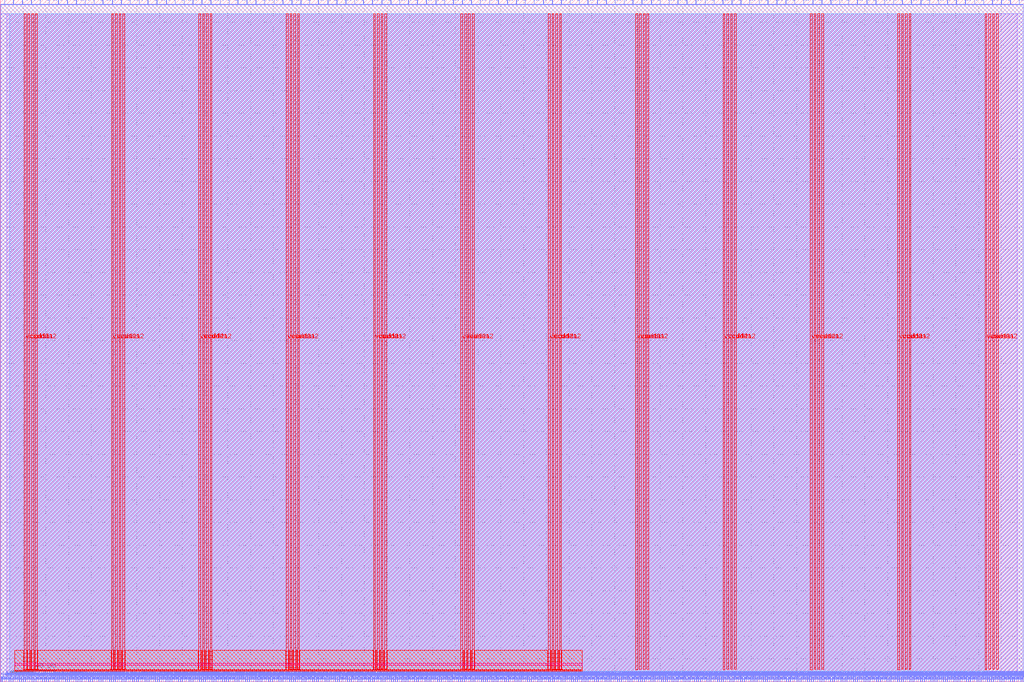
<source format=lef>
VERSION 5.7 ;
  NOWIREEXTENSIONATPIN ON ;
  DIVIDERCHAR "/" ;
  BUSBITCHARS "[]" ;
MACRO user_proj_example
  CLASS BLOCK ;
  FOREIGN user_proj_example ;
  ORIGIN 0.000 0.000 ;
  SIZE 900.000 BY 600.000 ;
  PIN io_in[0]
    DIRECTION INPUT ;
    USE SIGNAL ;
    PORT
      LAYER met2 ;
        RECT 3.770 596.000 4.050 600.000 ;
    END
  END io_in[0]
  PIN io_in[10]
    DIRECTION INPUT ;
    USE SIGNAL ;
    PORT
      LAYER met2 ;
        RECT 240.670 596.000 240.950 600.000 ;
    END
  END io_in[10]
  PIN io_in[11]
    DIRECTION INPUT ;
    USE SIGNAL ;
    PORT
      LAYER met2 ;
        RECT 264.130 596.000 264.410 600.000 ;
    END
  END io_in[11]
  PIN io_in[12]
    DIRECTION INPUT ;
    USE SIGNAL ;
    PORT
      LAYER met2 ;
        RECT 288.050 596.000 288.330 600.000 ;
    END
  END io_in[12]
  PIN io_in[13]
    DIRECTION INPUT ;
    USE SIGNAL ;
    PORT
      LAYER met2 ;
        RECT 311.510 596.000 311.790 600.000 ;
    END
  END io_in[13]
  PIN io_in[14]
    DIRECTION INPUT ;
    USE SIGNAL ;
    PORT
      LAYER met2 ;
        RECT 335.430 596.000 335.710 600.000 ;
    END
  END io_in[14]
  PIN io_in[15]
    DIRECTION INPUT ;
    USE SIGNAL ;
    PORT
      LAYER met2 ;
        RECT 358.890 596.000 359.170 600.000 ;
    END
  END io_in[15]
  PIN io_in[16]
    DIRECTION INPUT ;
    USE SIGNAL ;
    PORT
      LAYER met2 ;
        RECT 382.810 596.000 383.090 600.000 ;
    END
  END io_in[16]
  PIN io_in[17]
    DIRECTION INPUT ;
    USE SIGNAL ;
    PORT
      LAYER met2 ;
        RECT 406.270 596.000 406.550 600.000 ;
    END
  END io_in[17]
  PIN io_in[18]
    DIRECTION INPUT ;
    USE SIGNAL ;
    PORT
      LAYER met2 ;
        RECT 430.190 596.000 430.470 600.000 ;
    END
  END io_in[18]
  PIN io_in[19]
    DIRECTION INPUT ;
    USE SIGNAL ;
    PORT
      LAYER met2 ;
        RECT 453.650 596.000 453.930 600.000 ;
    END
  END io_in[19]
  PIN io_in[1]
    DIRECTION INPUT ;
    USE SIGNAL ;
    PORT
      LAYER met2 ;
        RECT 27.230 596.000 27.510 600.000 ;
    END
  END io_in[1]
  PIN io_in[20]
    DIRECTION INPUT ;
    USE SIGNAL ;
    PORT
      LAYER met2 ;
        RECT 477.570 596.000 477.850 600.000 ;
    END
  END io_in[20]
  PIN io_in[21]
    DIRECTION INPUT ;
    USE SIGNAL ;
    PORT
      LAYER met2 ;
        RECT 501.030 596.000 501.310 600.000 ;
    END
  END io_in[21]
  PIN io_in[22]
    DIRECTION INPUT ;
    USE SIGNAL ;
    PORT
      LAYER met2 ;
        RECT 524.950 596.000 525.230 600.000 ;
    END
  END io_in[22]
  PIN io_in[23]
    DIRECTION INPUT ;
    USE SIGNAL ;
    PORT
      LAYER met2 ;
        RECT 548.410 596.000 548.690 600.000 ;
    END
  END io_in[23]
  PIN io_in[24]
    DIRECTION INPUT ;
    USE SIGNAL ;
    PORT
      LAYER met2 ;
        RECT 572.330 596.000 572.610 600.000 ;
    END
  END io_in[24]
  PIN io_in[25]
    DIRECTION INPUT ;
    USE SIGNAL ;
    PORT
      LAYER met2 ;
        RECT 595.790 596.000 596.070 600.000 ;
    END
  END io_in[25]
  PIN io_in[26]
    DIRECTION INPUT ;
    USE SIGNAL ;
    PORT
      LAYER met2 ;
        RECT 619.710 596.000 619.990 600.000 ;
    END
  END io_in[26]
  PIN io_in[27]
    DIRECTION INPUT ;
    USE SIGNAL ;
    PORT
      LAYER met2 ;
        RECT 643.170 596.000 643.450 600.000 ;
    END
  END io_in[27]
  PIN io_in[28]
    DIRECTION INPUT ;
    USE SIGNAL ;
    PORT
      LAYER met2 ;
        RECT 667.090 596.000 667.370 600.000 ;
    END
  END io_in[28]
  PIN io_in[29]
    DIRECTION INPUT ;
    USE SIGNAL ;
    PORT
      LAYER met2 ;
        RECT 690.550 596.000 690.830 600.000 ;
    END
  END io_in[29]
  PIN io_in[2]
    DIRECTION INPUT ;
    USE SIGNAL ;
    PORT
      LAYER met2 ;
        RECT 51.150 596.000 51.430 600.000 ;
    END
  END io_in[2]
  PIN io_in[30]
    DIRECTION INPUT ;
    USE SIGNAL ;
    PORT
      LAYER met2 ;
        RECT 714.470 596.000 714.750 600.000 ;
    END
  END io_in[30]
  PIN io_in[31]
    DIRECTION INPUT ;
    USE SIGNAL ;
    PORT
      LAYER met2 ;
        RECT 737.930 596.000 738.210 600.000 ;
    END
  END io_in[31]
  PIN io_in[32]
    DIRECTION INPUT ;
    USE SIGNAL ;
    PORT
      LAYER met2 ;
        RECT 761.850 596.000 762.130 600.000 ;
    END
  END io_in[32]
  PIN io_in[33]
    DIRECTION INPUT ;
    USE SIGNAL ;
    PORT
      LAYER met2 ;
        RECT 785.310 596.000 785.590 600.000 ;
    END
  END io_in[33]
  PIN io_in[34]
    DIRECTION INPUT ;
    USE SIGNAL ;
    PORT
      LAYER met2 ;
        RECT 809.230 596.000 809.510 600.000 ;
    END
  END io_in[34]
  PIN io_in[35]
    DIRECTION INPUT ;
    USE SIGNAL ;
    PORT
      LAYER met2 ;
        RECT 832.690 596.000 832.970 600.000 ;
    END
  END io_in[35]
  PIN io_in[36]
    DIRECTION INPUT ;
    USE SIGNAL ;
    PORT
      LAYER met2 ;
        RECT 856.610 596.000 856.890 600.000 ;
    END
  END io_in[36]
  PIN io_in[37]
    DIRECTION INPUT ;
    USE SIGNAL ;
    PORT
      LAYER met2 ;
        RECT 880.070 596.000 880.350 600.000 ;
    END
  END io_in[37]
  PIN io_in[3]
    DIRECTION INPUT ;
    USE SIGNAL ;
    PORT
      LAYER met2 ;
        RECT 74.610 596.000 74.890 600.000 ;
    END
  END io_in[3]
  PIN io_in[4]
    DIRECTION INPUT ;
    USE SIGNAL ;
    PORT
      LAYER met2 ;
        RECT 98.530 596.000 98.810 600.000 ;
    END
  END io_in[4]
  PIN io_in[5]
    DIRECTION INPUT ;
    USE SIGNAL ;
    PORT
      LAYER met2 ;
        RECT 121.990 596.000 122.270 600.000 ;
    END
  END io_in[5]
  PIN io_in[6]
    DIRECTION INPUT ;
    USE SIGNAL ;
    PORT
      LAYER met2 ;
        RECT 145.910 596.000 146.190 600.000 ;
    END
  END io_in[6]
  PIN io_in[7]
    DIRECTION INPUT ;
    USE SIGNAL ;
    PORT
      LAYER met2 ;
        RECT 169.370 596.000 169.650 600.000 ;
    END
  END io_in[7]
  PIN io_in[8]
    DIRECTION INPUT ;
    USE SIGNAL ;
    PORT
      LAYER met2 ;
        RECT 193.290 596.000 193.570 600.000 ;
    END
  END io_in[8]
  PIN io_in[9]
    DIRECTION INPUT ;
    USE SIGNAL ;
    PORT
      LAYER met2 ;
        RECT 216.750 596.000 217.030 600.000 ;
    END
  END io_in[9]
  PIN io_oeb[0]
    DIRECTION OUTPUT TRISTATE ;
    USE SIGNAL ;
    PORT
      LAYER met2 ;
        RECT 11.590 596.000 11.870 600.000 ;
    END
  END io_oeb[0]
  PIN io_oeb[10]
    DIRECTION OUTPUT TRISTATE ;
    USE SIGNAL ;
    PORT
      LAYER met2 ;
        RECT 248.490 596.000 248.770 600.000 ;
    END
  END io_oeb[10]
  PIN io_oeb[11]
    DIRECTION OUTPUT TRISTATE ;
    USE SIGNAL ;
    PORT
      LAYER met2 ;
        RECT 271.950 596.000 272.230 600.000 ;
    END
  END io_oeb[11]
  PIN io_oeb[12]
    DIRECTION OUTPUT TRISTATE ;
    USE SIGNAL ;
    PORT
      LAYER met2 ;
        RECT 295.870 596.000 296.150 600.000 ;
    END
  END io_oeb[12]
  PIN io_oeb[13]
    DIRECTION OUTPUT TRISTATE ;
    USE SIGNAL ;
    PORT
      LAYER met2 ;
        RECT 319.330 596.000 319.610 600.000 ;
    END
  END io_oeb[13]
  PIN io_oeb[14]
    DIRECTION OUTPUT TRISTATE ;
    USE SIGNAL ;
    PORT
      LAYER met2 ;
        RECT 343.250 596.000 343.530 600.000 ;
    END
  END io_oeb[14]
  PIN io_oeb[15]
    DIRECTION OUTPUT TRISTATE ;
    USE SIGNAL ;
    PORT
      LAYER met2 ;
        RECT 366.710 596.000 366.990 600.000 ;
    END
  END io_oeb[15]
  PIN io_oeb[16]
    DIRECTION OUTPUT TRISTATE ;
    USE SIGNAL ;
    PORT
      LAYER met2 ;
        RECT 390.630 596.000 390.910 600.000 ;
    END
  END io_oeb[16]
  PIN io_oeb[17]
    DIRECTION OUTPUT TRISTATE ;
    USE SIGNAL ;
    PORT
      LAYER met2 ;
        RECT 414.090 596.000 414.370 600.000 ;
    END
  END io_oeb[17]
  PIN io_oeb[18]
    DIRECTION OUTPUT TRISTATE ;
    USE SIGNAL ;
    PORT
      LAYER met2 ;
        RECT 438.010 596.000 438.290 600.000 ;
    END
  END io_oeb[18]
  PIN io_oeb[19]
    DIRECTION OUTPUT TRISTATE ;
    USE SIGNAL ;
    PORT
      LAYER met2 ;
        RECT 461.470 596.000 461.750 600.000 ;
    END
  END io_oeb[19]
  PIN io_oeb[1]
    DIRECTION OUTPUT TRISTATE ;
    USE SIGNAL ;
    PORT
      LAYER met2 ;
        RECT 35.050 596.000 35.330 600.000 ;
    END
  END io_oeb[1]
  PIN io_oeb[20]
    DIRECTION OUTPUT TRISTATE ;
    USE SIGNAL ;
    PORT
      LAYER met2 ;
        RECT 485.390 596.000 485.670 600.000 ;
    END
  END io_oeb[20]
  PIN io_oeb[21]
    DIRECTION OUTPUT TRISTATE ;
    USE SIGNAL ;
    PORT
      LAYER met2 ;
        RECT 508.850 596.000 509.130 600.000 ;
    END
  END io_oeb[21]
  PIN io_oeb[22]
    DIRECTION OUTPUT TRISTATE ;
    USE SIGNAL ;
    PORT
      LAYER met2 ;
        RECT 532.770 596.000 533.050 600.000 ;
    END
  END io_oeb[22]
  PIN io_oeb[23]
    DIRECTION OUTPUT TRISTATE ;
    USE SIGNAL ;
    PORT
      LAYER met2 ;
        RECT 556.230 596.000 556.510 600.000 ;
    END
  END io_oeb[23]
  PIN io_oeb[24]
    DIRECTION OUTPUT TRISTATE ;
    USE SIGNAL ;
    PORT
      LAYER met2 ;
        RECT 580.150 596.000 580.430 600.000 ;
    END
  END io_oeb[24]
  PIN io_oeb[25]
    DIRECTION OUTPUT TRISTATE ;
    USE SIGNAL ;
    PORT
      LAYER met2 ;
        RECT 603.610 596.000 603.890 600.000 ;
    END
  END io_oeb[25]
  PIN io_oeb[26]
    DIRECTION OUTPUT TRISTATE ;
    USE SIGNAL ;
    PORT
      LAYER met2 ;
        RECT 627.530 596.000 627.810 600.000 ;
    END
  END io_oeb[26]
  PIN io_oeb[27]
    DIRECTION OUTPUT TRISTATE ;
    USE SIGNAL ;
    PORT
      LAYER met2 ;
        RECT 650.990 596.000 651.270 600.000 ;
    END
  END io_oeb[27]
  PIN io_oeb[28]
    DIRECTION OUTPUT TRISTATE ;
    USE SIGNAL ;
    PORT
      LAYER met2 ;
        RECT 674.910 596.000 675.190 600.000 ;
    END
  END io_oeb[28]
  PIN io_oeb[29]
    DIRECTION OUTPUT TRISTATE ;
    USE SIGNAL ;
    PORT
      LAYER met2 ;
        RECT 698.370 596.000 698.650 600.000 ;
    END
  END io_oeb[29]
  PIN io_oeb[2]
    DIRECTION OUTPUT TRISTATE ;
    USE SIGNAL ;
    PORT
      LAYER met2 ;
        RECT 58.970 596.000 59.250 600.000 ;
    END
  END io_oeb[2]
  PIN io_oeb[30]
    DIRECTION OUTPUT TRISTATE ;
    USE SIGNAL ;
    PORT
      LAYER met2 ;
        RECT 722.290 596.000 722.570 600.000 ;
    END
  END io_oeb[30]
  PIN io_oeb[31]
    DIRECTION OUTPUT TRISTATE ;
    USE SIGNAL ;
    PORT
      LAYER met2 ;
        RECT 745.750 596.000 746.030 600.000 ;
    END
  END io_oeb[31]
  PIN io_oeb[32]
    DIRECTION OUTPUT TRISTATE ;
    USE SIGNAL ;
    PORT
      LAYER met2 ;
        RECT 769.670 596.000 769.950 600.000 ;
    END
  END io_oeb[32]
  PIN io_oeb[33]
    DIRECTION OUTPUT TRISTATE ;
    USE SIGNAL ;
    PORT
      LAYER met2 ;
        RECT 793.130 596.000 793.410 600.000 ;
    END
  END io_oeb[33]
  PIN io_oeb[34]
    DIRECTION OUTPUT TRISTATE ;
    USE SIGNAL ;
    PORT
      LAYER met2 ;
        RECT 817.050 596.000 817.330 600.000 ;
    END
  END io_oeb[34]
  PIN io_oeb[35]
    DIRECTION OUTPUT TRISTATE ;
    USE SIGNAL ;
    PORT
      LAYER met2 ;
        RECT 840.510 596.000 840.790 600.000 ;
    END
  END io_oeb[35]
  PIN io_oeb[36]
    DIRECTION OUTPUT TRISTATE ;
    USE SIGNAL ;
    PORT
      LAYER met2 ;
        RECT 864.430 596.000 864.710 600.000 ;
    END
  END io_oeb[36]
  PIN io_oeb[37]
    DIRECTION OUTPUT TRISTATE ;
    USE SIGNAL ;
    PORT
      LAYER met2 ;
        RECT 887.890 596.000 888.170 600.000 ;
    END
  END io_oeb[37]
  PIN io_oeb[3]
    DIRECTION OUTPUT TRISTATE ;
    USE SIGNAL ;
    PORT
      LAYER met2 ;
        RECT 82.430 596.000 82.710 600.000 ;
    END
  END io_oeb[3]
  PIN io_oeb[4]
    DIRECTION OUTPUT TRISTATE ;
    USE SIGNAL ;
    PORT
      LAYER met2 ;
        RECT 106.350 596.000 106.630 600.000 ;
    END
  END io_oeb[4]
  PIN io_oeb[5]
    DIRECTION OUTPUT TRISTATE ;
    USE SIGNAL ;
    PORT
      LAYER met2 ;
        RECT 129.810 596.000 130.090 600.000 ;
    END
  END io_oeb[5]
  PIN io_oeb[6]
    DIRECTION OUTPUT TRISTATE ;
    USE SIGNAL ;
    PORT
      LAYER met2 ;
        RECT 153.730 596.000 154.010 600.000 ;
    END
  END io_oeb[6]
  PIN io_oeb[7]
    DIRECTION OUTPUT TRISTATE ;
    USE SIGNAL ;
    PORT
      LAYER met2 ;
        RECT 177.190 596.000 177.470 600.000 ;
    END
  END io_oeb[7]
  PIN io_oeb[8]
    DIRECTION OUTPUT TRISTATE ;
    USE SIGNAL ;
    PORT
      LAYER met2 ;
        RECT 201.110 596.000 201.390 600.000 ;
    END
  END io_oeb[8]
  PIN io_oeb[9]
    DIRECTION OUTPUT TRISTATE ;
    USE SIGNAL ;
    PORT
      LAYER met2 ;
        RECT 224.570 596.000 224.850 600.000 ;
    END
  END io_oeb[9]
  PIN io_out[0]
    DIRECTION OUTPUT TRISTATE ;
    USE SIGNAL ;
    PORT
      LAYER met2 ;
        RECT 19.410 596.000 19.690 600.000 ;
    END
  END io_out[0]
  PIN io_out[10]
    DIRECTION OUTPUT TRISTATE ;
    USE SIGNAL ;
    PORT
      LAYER met2 ;
        RECT 256.310 596.000 256.590 600.000 ;
    END
  END io_out[10]
  PIN io_out[11]
    DIRECTION OUTPUT TRISTATE ;
    USE SIGNAL ;
    PORT
      LAYER met2 ;
        RECT 279.770 596.000 280.050 600.000 ;
    END
  END io_out[11]
  PIN io_out[12]
    DIRECTION OUTPUT TRISTATE ;
    USE SIGNAL ;
    PORT
      LAYER met2 ;
        RECT 303.690 596.000 303.970 600.000 ;
    END
  END io_out[12]
  PIN io_out[13]
    DIRECTION OUTPUT TRISTATE ;
    USE SIGNAL ;
    PORT
      LAYER met2 ;
        RECT 327.150 596.000 327.430 600.000 ;
    END
  END io_out[13]
  PIN io_out[14]
    DIRECTION OUTPUT TRISTATE ;
    USE SIGNAL ;
    PORT
      LAYER met2 ;
        RECT 351.070 596.000 351.350 600.000 ;
    END
  END io_out[14]
  PIN io_out[15]
    DIRECTION OUTPUT TRISTATE ;
    USE SIGNAL ;
    PORT
      LAYER met2 ;
        RECT 374.530 596.000 374.810 600.000 ;
    END
  END io_out[15]
  PIN io_out[16]
    DIRECTION OUTPUT TRISTATE ;
    USE SIGNAL ;
    PORT
      LAYER met2 ;
        RECT 398.450 596.000 398.730 600.000 ;
    END
  END io_out[16]
  PIN io_out[17]
    DIRECTION OUTPUT TRISTATE ;
    USE SIGNAL ;
    PORT
      LAYER met2 ;
        RECT 421.910 596.000 422.190 600.000 ;
    END
  END io_out[17]
  PIN io_out[18]
    DIRECTION OUTPUT TRISTATE ;
    USE SIGNAL ;
    PORT
      LAYER met2 ;
        RECT 445.830 596.000 446.110 600.000 ;
    END
  END io_out[18]
  PIN io_out[19]
    DIRECTION OUTPUT TRISTATE ;
    USE SIGNAL ;
    PORT
      LAYER met2 ;
        RECT 469.290 596.000 469.570 600.000 ;
    END
  END io_out[19]
  PIN io_out[1]
    DIRECTION OUTPUT TRISTATE ;
    USE SIGNAL ;
    PORT
      LAYER met2 ;
        RECT 42.870 596.000 43.150 600.000 ;
    END
  END io_out[1]
  PIN io_out[20]
    DIRECTION OUTPUT TRISTATE ;
    USE SIGNAL ;
    PORT
      LAYER met2 ;
        RECT 493.210 596.000 493.490 600.000 ;
    END
  END io_out[20]
  PIN io_out[21]
    DIRECTION OUTPUT TRISTATE ;
    USE SIGNAL ;
    PORT
      LAYER met2 ;
        RECT 516.670 596.000 516.950 600.000 ;
    END
  END io_out[21]
  PIN io_out[22]
    DIRECTION OUTPUT TRISTATE ;
    USE SIGNAL ;
    PORT
      LAYER met2 ;
        RECT 540.590 596.000 540.870 600.000 ;
    END
  END io_out[22]
  PIN io_out[23]
    DIRECTION OUTPUT TRISTATE ;
    USE SIGNAL ;
    PORT
      LAYER met2 ;
        RECT 564.050 596.000 564.330 600.000 ;
    END
  END io_out[23]
  PIN io_out[24]
    DIRECTION OUTPUT TRISTATE ;
    USE SIGNAL ;
    PORT
      LAYER met2 ;
        RECT 587.970 596.000 588.250 600.000 ;
    END
  END io_out[24]
  PIN io_out[25]
    DIRECTION OUTPUT TRISTATE ;
    USE SIGNAL ;
    PORT
      LAYER met2 ;
        RECT 611.430 596.000 611.710 600.000 ;
    END
  END io_out[25]
  PIN io_out[26]
    DIRECTION OUTPUT TRISTATE ;
    USE SIGNAL ;
    PORT
      LAYER met2 ;
        RECT 635.350 596.000 635.630 600.000 ;
    END
  END io_out[26]
  PIN io_out[27]
    DIRECTION OUTPUT TRISTATE ;
    USE SIGNAL ;
    PORT
      LAYER met2 ;
        RECT 658.810 596.000 659.090 600.000 ;
    END
  END io_out[27]
  PIN io_out[28]
    DIRECTION OUTPUT TRISTATE ;
    USE SIGNAL ;
    PORT
      LAYER met2 ;
        RECT 682.730 596.000 683.010 600.000 ;
    END
  END io_out[28]
  PIN io_out[29]
    DIRECTION OUTPUT TRISTATE ;
    USE SIGNAL ;
    PORT
      LAYER met2 ;
        RECT 706.190 596.000 706.470 600.000 ;
    END
  END io_out[29]
  PIN io_out[2]
    DIRECTION OUTPUT TRISTATE ;
    USE SIGNAL ;
    PORT
      LAYER met2 ;
        RECT 66.790 596.000 67.070 600.000 ;
    END
  END io_out[2]
  PIN io_out[30]
    DIRECTION OUTPUT TRISTATE ;
    USE SIGNAL ;
    PORT
      LAYER met2 ;
        RECT 730.110 596.000 730.390 600.000 ;
    END
  END io_out[30]
  PIN io_out[31]
    DIRECTION OUTPUT TRISTATE ;
    USE SIGNAL ;
    PORT
      LAYER met2 ;
        RECT 753.570 596.000 753.850 600.000 ;
    END
  END io_out[31]
  PIN io_out[32]
    DIRECTION OUTPUT TRISTATE ;
    USE SIGNAL ;
    PORT
      LAYER met2 ;
        RECT 777.490 596.000 777.770 600.000 ;
    END
  END io_out[32]
  PIN io_out[33]
    DIRECTION OUTPUT TRISTATE ;
    USE SIGNAL ;
    PORT
      LAYER met2 ;
        RECT 800.950 596.000 801.230 600.000 ;
    END
  END io_out[33]
  PIN io_out[34]
    DIRECTION OUTPUT TRISTATE ;
    USE SIGNAL ;
    PORT
      LAYER met2 ;
        RECT 824.870 596.000 825.150 600.000 ;
    END
  END io_out[34]
  PIN io_out[35]
    DIRECTION OUTPUT TRISTATE ;
    USE SIGNAL ;
    PORT
      LAYER met2 ;
        RECT 848.330 596.000 848.610 600.000 ;
    END
  END io_out[35]
  PIN io_out[36]
    DIRECTION OUTPUT TRISTATE ;
    USE SIGNAL ;
    PORT
      LAYER met2 ;
        RECT 872.250 596.000 872.530 600.000 ;
    END
  END io_out[36]
  PIN io_out[37]
    DIRECTION OUTPUT TRISTATE ;
    USE SIGNAL ;
    PORT
      LAYER met2 ;
        RECT 895.710 596.000 895.990 600.000 ;
    END
  END io_out[37]
  PIN io_out[3]
    DIRECTION OUTPUT TRISTATE ;
    USE SIGNAL ;
    PORT
      LAYER met2 ;
        RECT 90.250 596.000 90.530 600.000 ;
    END
  END io_out[3]
  PIN io_out[4]
    DIRECTION OUTPUT TRISTATE ;
    USE SIGNAL ;
    PORT
      LAYER met2 ;
        RECT 114.170 596.000 114.450 600.000 ;
    END
  END io_out[4]
  PIN io_out[5]
    DIRECTION OUTPUT TRISTATE ;
    USE SIGNAL ;
    PORT
      LAYER met2 ;
        RECT 137.630 596.000 137.910 600.000 ;
    END
  END io_out[5]
  PIN io_out[6]
    DIRECTION OUTPUT TRISTATE ;
    USE SIGNAL ;
    PORT
      LAYER met2 ;
        RECT 161.550 596.000 161.830 600.000 ;
    END
  END io_out[6]
  PIN io_out[7]
    DIRECTION OUTPUT TRISTATE ;
    USE SIGNAL ;
    PORT
      LAYER met2 ;
        RECT 185.010 596.000 185.290 600.000 ;
    END
  END io_out[7]
  PIN io_out[8]
    DIRECTION OUTPUT TRISTATE ;
    USE SIGNAL ;
    PORT
      LAYER met2 ;
        RECT 208.930 596.000 209.210 600.000 ;
    END
  END io_out[8]
  PIN io_out[9]
    DIRECTION OUTPUT TRISTATE ;
    USE SIGNAL ;
    PORT
      LAYER met2 ;
        RECT 232.390 596.000 232.670 600.000 ;
    END
  END io_out[9]
  PIN la_data_in[0]
    DIRECTION INPUT ;
    USE SIGNAL ;
    PORT
      LAYER met2 ;
        RECT 195.130 0.000 195.410 4.000 ;
    END
  END la_data_in[0]
  PIN la_data_in[100]
    DIRECTION INPUT ;
    USE SIGNAL ;
    PORT
      LAYER met2 ;
        RECT 746.210 0.000 746.490 4.000 ;
    END
  END la_data_in[100]
  PIN la_data_in[101]
    DIRECTION INPUT ;
    USE SIGNAL ;
    PORT
      LAYER met2 ;
        RECT 751.730 0.000 752.010 4.000 ;
    END
  END la_data_in[101]
  PIN la_data_in[102]
    DIRECTION INPUT ;
    USE SIGNAL ;
    PORT
      LAYER met2 ;
        RECT 757.250 0.000 757.530 4.000 ;
    END
  END la_data_in[102]
  PIN la_data_in[103]
    DIRECTION INPUT ;
    USE SIGNAL ;
    PORT
      LAYER met2 ;
        RECT 762.770 0.000 763.050 4.000 ;
    END
  END la_data_in[103]
  PIN la_data_in[104]
    DIRECTION INPUT ;
    USE SIGNAL ;
    PORT
      LAYER met2 ;
        RECT 768.290 0.000 768.570 4.000 ;
    END
  END la_data_in[104]
  PIN la_data_in[105]
    DIRECTION INPUT ;
    USE SIGNAL ;
    PORT
      LAYER met2 ;
        RECT 773.810 0.000 774.090 4.000 ;
    END
  END la_data_in[105]
  PIN la_data_in[106]
    DIRECTION INPUT ;
    USE SIGNAL ;
    PORT
      LAYER met2 ;
        RECT 779.330 0.000 779.610 4.000 ;
    END
  END la_data_in[106]
  PIN la_data_in[107]
    DIRECTION INPUT ;
    USE SIGNAL ;
    PORT
      LAYER met2 ;
        RECT 784.850 0.000 785.130 4.000 ;
    END
  END la_data_in[107]
  PIN la_data_in[108]
    DIRECTION INPUT ;
    USE SIGNAL ;
    PORT
      LAYER met2 ;
        RECT 790.370 0.000 790.650 4.000 ;
    END
  END la_data_in[108]
  PIN la_data_in[109]
    DIRECTION INPUT ;
    USE SIGNAL ;
    PORT
      LAYER met2 ;
        RECT 795.890 0.000 796.170 4.000 ;
    END
  END la_data_in[109]
  PIN la_data_in[10]
    DIRECTION INPUT ;
    USE SIGNAL ;
    PORT
      LAYER met2 ;
        RECT 250.330 0.000 250.610 4.000 ;
    END
  END la_data_in[10]
  PIN la_data_in[110]
    DIRECTION INPUT ;
    USE SIGNAL ;
    PORT
      LAYER met2 ;
        RECT 801.410 0.000 801.690 4.000 ;
    END
  END la_data_in[110]
  PIN la_data_in[111]
    DIRECTION INPUT ;
    USE SIGNAL ;
    PORT
      LAYER met2 ;
        RECT 806.930 0.000 807.210 4.000 ;
    END
  END la_data_in[111]
  PIN la_data_in[112]
    DIRECTION INPUT ;
    USE SIGNAL ;
    PORT
      LAYER met2 ;
        RECT 812.450 0.000 812.730 4.000 ;
    END
  END la_data_in[112]
  PIN la_data_in[113]
    DIRECTION INPUT ;
    USE SIGNAL ;
    PORT
      LAYER met2 ;
        RECT 817.970 0.000 818.250 4.000 ;
    END
  END la_data_in[113]
  PIN la_data_in[114]
    DIRECTION INPUT ;
    USE SIGNAL ;
    PORT
      LAYER met2 ;
        RECT 823.490 0.000 823.770 4.000 ;
    END
  END la_data_in[114]
  PIN la_data_in[115]
    DIRECTION INPUT ;
    USE SIGNAL ;
    PORT
      LAYER met2 ;
        RECT 829.010 0.000 829.290 4.000 ;
    END
  END la_data_in[115]
  PIN la_data_in[116]
    DIRECTION INPUT ;
    USE SIGNAL ;
    PORT
      LAYER met2 ;
        RECT 834.530 0.000 834.810 4.000 ;
    END
  END la_data_in[116]
  PIN la_data_in[117]
    DIRECTION INPUT ;
    USE SIGNAL ;
    PORT
      LAYER met2 ;
        RECT 840.050 0.000 840.330 4.000 ;
    END
  END la_data_in[117]
  PIN la_data_in[118]
    DIRECTION INPUT ;
    USE SIGNAL ;
    PORT
      LAYER met2 ;
        RECT 845.570 0.000 845.850 4.000 ;
    END
  END la_data_in[118]
  PIN la_data_in[119]
    DIRECTION INPUT ;
    USE SIGNAL ;
    PORT
      LAYER met2 ;
        RECT 851.090 0.000 851.370 4.000 ;
    END
  END la_data_in[119]
  PIN la_data_in[11]
    DIRECTION INPUT ;
    USE SIGNAL ;
    PORT
      LAYER met2 ;
        RECT 255.850 0.000 256.130 4.000 ;
    END
  END la_data_in[11]
  PIN la_data_in[120]
    DIRECTION INPUT ;
    USE SIGNAL ;
    PORT
      LAYER met2 ;
        RECT 856.610 0.000 856.890 4.000 ;
    END
  END la_data_in[120]
  PIN la_data_in[121]
    DIRECTION INPUT ;
    USE SIGNAL ;
    PORT
      LAYER met2 ;
        RECT 862.130 0.000 862.410 4.000 ;
    END
  END la_data_in[121]
  PIN la_data_in[122]
    DIRECTION INPUT ;
    USE SIGNAL ;
    PORT
      LAYER met2 ;
        RECT 867.650 0.000 867.930 4.000 ;
    END
  END la_data_in[122]
  PIN la_data_in[123]
    DIRECTION INPUT ;
    USE SIGNAL ;
    PORT
      LAYER met2 ;
        RECT 873.170 0.000 873.450 4.000 ;
    END
  END la_data_in[123]
  PIN la_data_in[124]
    DIRECTION INPUT ;
    USE SIGNAL ;
    PORT
      LAYER met2 ;
        RECT 878.690 0.000 878.970 4.000 ;
    END
  END la_data_in[124]
  PIN la_data_in[125]
    DIRECTION INPUT ;
    USE SIGNAL ;
    PORT
      LAYER met2 ;
        RECT 884.210 0.000 884.490 4.000 ;
    END
  END la_data_in[125]
  PIN la_data_in[126]
    DIRECTION INPUT ;
    USE SIGNAL ;
    PORT
      LAYER met2 ;
        RECT 889.730 0.000 890.010 4.000 ;
    END
  END la_data_in[126]
  PIN la_data_in[127]
    DIRECTION INPUT ;
    USE SIGNAL ;
    PORT
      LAYER met2 ;
        RECT 895.250 0.000 895.530 4.000 ;
    END
  END la_data_in[127]
  PIN la_data_in[12]
    DIRECTION INPUT ;
    USE SIGNAL ;
    PORT
      LAYER met2 ;
        RECT 261.370 0.000 261.650 4.000 ;
    END
  END la_data_in[12]
  PIN la_data_in[13]
    DIRECTION INPUT ;
    USE SIGNAL ;
    PORT
      LAYER met2 ;
        RECT 266.890 0.000 267.170 4.000 ;
    END
  END la_data_in[13]
  PIN la_data_in[14]
    DIRECTION INPUT ;
    USE SIGNAL ;
    PORT
      LAYER met2 ;
        RECT 272.410 0.000 272.690 4.000 ;
    END
  END la_data_in[14]
  PIN la_data_in[15]
    DIRECTION INPUT ;
    USE SIGNAL ;
    PORT
      LAYER met2 ;
        RECT 277.930 0.000 278.210 4.000 ;
    END
  END la_data_in[15]
  PIN la_data_in[16]
    DIRECTION INPUT ;
    USE SIGNAL ;
    PORT
      LAYER met2 ;
        RECT 283.450 0.000 283.730 4.000 ;
    END
  END la_data_in[16]
  PIN la_data_in[17]
    DIRECTION INPUT ;
    USE SIGNAL ;
    PORT
      LAYER met2 ;
        RECT 288.970 0.000 289.250 4.000 ;
    END
  END la_data_in[17]
  PIN la_data_in[18]
    DIRECTION INPUT ;
    USE SIGNAL ;
    PORT
      LAYER met2 ;
        RECT 294.490 0.000 294.770 4.000 ;
    END
  END la_data_in[18]
  PIN la_data_in[19]
    DIRECTION INPUT ;
    USE SIGNAL ;
    PORT
      LAYER met2 ;
        RECT 300.010 0.000 300.290 4.000 ;
    END
  END la_data_in[19]
  PIN la_data_in[1]
    DIRECTION INPUT ;
    USE SIGNAL ;
    PORT
      LAYER met2 ;
        RECT 200.650 0.000 200.930 4.000 ;
    END
  END la_data_in[1]
  PIN la_data_in[20]
    DIRECTION INPUT ;
    USE SIGNAL ;
    PORT
      LAYER met2 ;
        RECT 305.070 0.000 305.350 4.000 ;
    END
  END la_data_in[20]
  PIN la_data_in[21]
    DIRECTION INPUT ;
    USE SIGNAL ;
    PORT
      LAYER met2 ;
        RECT 310.590 0.000 310.870 4.000 ;
    END
  END la_data_in[21]
  PIN la_data_in[22]
    DIRECTION INPUT ;
    USE SIGNAL ;
    PORT
      LAYER met2 ;
        RECT 316.110 0.000 316.390 4.000 ;
    END
  END la_data_in[22]
  PIN la_data_in[23]
    DIRECTION INPUT ;
    USE SIGNAL ;
    PORT
      LAYER met2 ;
        RECT 321.630 0.000 321.910 4.000 ;
    END
  END la_data_in[23]
  PIN la_data_in[24]
    DIRECTION INPUT ;
    USE SIGNAL ;
    PORT
      LAYER met2 ;
        RECT 327.150 0.000 327.430 4.000 ;
    END
  END la_data_in[24]
  PIN la_data_in[25]
    DIRECTION INPUT ;
    USE SIGNAL ;
    PORT
      LAYER met2 ;
        RECT 332.670 0.000 332.950 4.000 ;
    END
  END la_data_in[25]
  PIN la_data_in[26]
    DIRECTION INPUT ;
    USE SIGNAL ;
    PORT
      LAYER met2 ;
        RECT 338.190 0.000 338.470 4.000 ;
    END
  END la_data_in[26]
  PIN la_data_in[27]
    DIRECTION INPUT ;
    USE SIGNAL ;
    PORT
      LAYER met2 ;
        RECT 343.710 0.000 343.990 4.000 ;
    END
  END la_data_in[27]
  PIN la_data_in[28]
    DIRECTION INPUT ;
    USE SIGNAL ;
    PORT
      LAYER met2 ;
        RECT 349.230 0.000 349.510 4.000 ;
    END
  END la_data_in[28]
  PIN la_data_in[29]
    DIRECTION INPUT ;
    USE SIGNAL ;
    PORT
      LAYER met2 ;
        RECT 354.750 0.000 355.030 4.000 ;
    END
  END la_data_in[29]
  PIN la_data_in[2]
    DIRECTION INPUT ;
    USE SIGNAL ;
    PORT
      LAYER met2 ;
        RECT 206.170 0.000 206.450 4.000 ;
    END
  END la_data_in[2]
  PIN la_data_in[30]
    DIRECTION INPUT ;
    USE SIGNAL ;
    PORT
      LAYER met2 ;
        RECT 360.270 0.000 360.550 4.000 ;
    END
  END la_data_in[30]
  PIN la_data_in[31]
    DIRECTION INPUT ;
    USE SIGNAL ;
    PORT
      LAYER met2 ;
        RECT 365.790 0.000 366.070 4.000 ;
    END
  END la_data_in[31]
  PIN la_data_in[32]
    DIRECTION INPUT ;
    USE SIGNAL ;
    PORT
      LAYER met2 ;
        RECT 371.310 0.000 371.590 4.000 ;
    END
  END la_data_in[32]
  PIN la_data_in[33]
    DIRECTION INPUT ;
    USE SIGNAL ;
    PORT
      LAYER met2 ;
        RECT 376.830 0.000 377.110 4.000 ;
    END
  END la_data_in[33]
  PIN la_data_in[34]
    DIRECTION INPUT ;
    USE SIGNAL ;
    PORT
      LAYER met2 ;
        RECT 382.350 0.000 382.630 4.000 ;
    END
  END la_data_in[34]
  PIN la_data_in[35]
    DIRECTION INPUT ;
    USE SIGNAL ;
    PORT
      LAYER met2 ;
        RECT 387.870 0.000 388.150 4.000 ;
    END
  END la_data_in[35]
  PIN la_data_in[36]
    DIRECTION INPUT ;
    USE SIGNAL ;
    PORT
      LAYER met2 ;
        RECT 393.390 0.000 393.670 4.000 ;
    END
  END la_data_in[36]
  PIN la_data_in[37]
    DIRECTION INPUT ;
    USE SIGNAL ;
    PORT
      LAYER met2 ;
        RECT 398.910 0.000 399.190 4.000 ;
    END
  END la_data_in[37]
  PIN la_data_in[38]
    DIRECTION INPUT ;
    USE SIGNAL ;
    PORT
      LAYER met2 ;
        RECT 404.430 0.000 404.710 4.000 ;
    END
  END la_data_in[38]
  PIN la_data_in[39]
    DIRECTION INPUT ;
    USE SIGNAL ;
    PORT
      LAYER met2 ;
        RECT 409.950 0.000 410.230 4.000 ;
    END
  END la_data_in[39]
  PIN la_data_in[3]
    DIRECTION INPUT ;
    USE SIGNAL ;
    PORT
      LAYER met2 ;
        RECT 211.690 0.000 211.970 4.000 ;
    END
  END la_data_in[3]
  PIN la_data_in[40]
    DIRECTION INPUT ;
    USE SIGNAL ;
    PORT
      LAYER met2 ;
        RECT 415.470 0.000 415.750 4.000 ;
    END
  END la_data_in[40]
  PIN la_data_in[41]
    DIRECTION INPUT ;
    USE SIGNAL ;
    PORT
      LAYER met2 ;
        RECT 420.990 0.000 421.270 4.000 ;
    END
  END la_data_in[41]
  PIN la_data_in[42]
    DIRECTION INPUT ;
    USE SIGNAL ;
    PORT
      LAYER met2 ;
        RECT 426.510 0.000 426.790 4.000 ;
    END
  END la_data_in[42]
  PIN la_data_in[43]
    DIRECTION INPUT ;
    USE SIGNAL ;
    PORT
      LAYER met2 ;
        RECT 432.030 0.000 432.310 4.000 ;
    END
  END la_data_in[43]
  PIN la_data_in[44]
    DIRECTION INPUT ;
    USE SIGNAL ;
    PORT
      LAYER met2 ;
        RECT 437.550 0.000 437.830 4.000 ;
    END
  END la_data_in[44]
  PIN la_data_in[45]
    DIRECTION INPUT ;
    USE SIGNAL ;
    PORT
      LAYER met2 ;
        RECT 443.070 0.000 443.350 4.000 ;
    END
  END la_data_in[45]
  PIN la_data_in[46]
    DIRECTION INPUT ;
    USE SIGNAL ;
    PORT
      LAYER met2 ;
        RECT 448.590 0.000 448.870 4.000 ;
    END
  END la_data_in[46]
  PIN la_data_in[47]
    DIRECTION INPUT ;
    USE SIGNAL ;
    PORT
      LAYER met2 ;
        RECT 454.110 0.000 454.390 4.000 ;
    END
  END la_data_in[47]
  PIN la_data_in[48]
    DIRECTION INPUT ;
    USE SIGNAL ;
    PORT
      LAYER met2 ;
        RECT 459.630 0.000 459.910 4.000 ;
    END
  END la_data_in[48]
  PIN la_data_in[49]
    DIRECTION INPUT ;
    USE SIGNAL ;
    PORT
      LAYER met2 ;
        RECT 465.150 0.000 465.430 4.000 ;
    END
  END la_data_in[49]
  PIN la_data_in[4]
    DIRECTION INPUT ;
    USE SIGNAL ;
    PORT
      LAYER met2 ;
        RECT 217.210 0.000 217.490 4.000 ;
    END
  END la_data_in[4]
  PIN la_data_in[50]
    DIRECTION INPUT ;
    USE SIGNAL ;
    PORT
      LAYER met2 ;
        RECT 470.670 0.000 470.950 4.000 ;
    END
  END la_data_in[50]
  PIN la_data_in[51]
    DIRECTION INPUT ;
    USE SIGNAL ;
    PORT
      LAYER met2 ;
        RECT 476.190 0.000 476.470 4.000 ;
    END
  END la_data_in[51]
  PIN la_data_in[52]
    DIRECTION INPUT ;
    USE SIGNAL ;
    PORT
      LAYER met2 ;
        RECT 481.710 0.000 481.990 4.000 ;
    END
  END la_data_in[52]
  PIN la_data_in[53]
    DIRECTION INPUT ;
    USE SIGNAL ;
    PORT
      LAYER met2 ;
        RECT 487.230 0.000 487.510 4.000 ;
    END
  END la_data_in[53]
  PIN la_data_in[54]
    DIRECTION INPUT ;
    USE SIGNAL ;
    PORT
      LAYER met2 ;
        RECT 492.750 0.000 493.030 4.000 ;
    END
  END la_data_in[54]
  PIN la_data_in[55]
    DIRECTION INPUT ;
    USE SIGNAL ;
    PORT
      LAYER met2 ;
        RECT 498.270 0.000 498.550 4.000 ;
    END
  END la_data_in[55]
  PIN la_data_in[56]
    DIRECTION INPUT ;
    USE SIGNAL ;
    PORT
      LAYER met2 ;
        RECT 503.790 0.000 504.070 4.000 ;
    END
  END la_data_in[56]
  PIN la_data_in[57]
    DIRECTION INPUT ;
    USE SIGNAL ;
    PORT
      LAYER met2 ;
        RECT 509.310 0.000 509.590 4.000 ;
    END
  END la_data_in[57]
  PIN la_data_in[58]
    DIRECTION INPUT ;
    USE SIGNAL ;
    PORT
      LAYER met2 ;
        RECT 514.830 0.000 515.110 4.000 ;
    END
  END la_data_in[58]
  PIN la_data_in[59]
    DIRECTION INPUT ;
    USE SIGNAL ;
    PORT
      LAYER met2 ;
        RECT 520.350 0.000 520.630 4.000 ;
    END
  END la_data_in[59]
  PIN la_data_in[5]
    DIRECTION INPUT ;
    USE SIGNAL ;
    PORT
      LAYER met2 ;
        RECT 222.730 0.000 223.010 4.000 ;
    END
  END la_data_in[5]
  PIN la_data_in[60]
    DIRECTION INPUT ;
    USE SIGNAL ;
    PORT
      LAYER met2 ;
        RECT 525.870 0.000 526.150 4.000 ;
    END
  END la_data_in[60]
  PIN la_data_in[61]
    DIRECTION INPUT ;
    USE SIGNAL ;
    PORT
      LAYER met2 ;
        RECT 531.390 0.000 531.670 4.000 ;
    END
  END la_data_in[61]
  PIN la_data_in[62]
    DIRECTION INPUT ;
    USE SIGNAL ;
    PORT
      LAYER met2 ;
        RECT 536.910 0.000 537.190 4.000 ;
    END
  END la_data_in[62]
  PIN la_data_in[63]
    DIRECTION INPUT ;
    USE SIGNAL ;
    PORT
      LAYER met2 ;
        RECT 542.430 0.000 542.710 4.000 ;
    END
  END la_data_in[63]
  PIN la_data_in[64]
    DIRECTION INPUT ;
    USE SIGNAL ;
    PORT
      LAYER met2 ;
        RECT 547.950 0.000 548.230 4.000 ;
    END
  END la_data_in[64]
  PIN la_data_in[65]
    DIRECTION INPUT ;
    USE SIGNAL ;
    PORT
      LAYER met2 ;
        RECT 553.470 0.000 553.750 4.000 ;
    END
  END la_data_in[65]
  PIN la_data_in[66]
    DIRECTION INPUT ;
    USE SIGNAL ;
    PORT
      LAYER met2 ;
        RECT 558.990 0.000 559.270 4.000 ;
    END
  END la_data_in[66]
  PIN la_data_in[67]
    DIRECTION INPUT ;
    USE SIGNAL ;
    PORT
      LAYER met2 ;
        RECT 564.510 0.000 564.790 4.000 ;
    END
  END la_data_in[67]
  PIN la_data_in[68]
    DIRECTION INPUT ;
    USE SIGNAL ;
    PORT
      LAYER met2 ;
        RECT 570.030 0.000 570.310 4.000 ;
    END
  END la_data_in[68]
  PIN la_data_in[69]
    DIRECTION INPUT ;
    USE SIGNAL ;
    PORT
      LAYER met2 ;
        RECT 575.550 0.000 575.830 4.000 ;
    END
  END la_data_in[69]
  PIN la_data_in[6]
    DIRECTION INPUT ;
    USE SIGNAL ;
    PORT
      LAYER met2 ;
        RECT 228.250 0.000 228.530 4.000 ;
    END
  END la_data_in[6]
  PIN la_data_in[70]
    DIRECTION INPUT ;
    USE SIGNAL ;
    PORT
      LAYER met2 ;
        RECT 581.070 0.000 581.350 4.000 ;
    END
  END la_data_in[70]
  PIN la_data_in[71]
    DIRECTION INPUT ;
    USE SIGNAL ;
    PORT
      LAYER met2 ;
        RECT 586.590 0.000 586.870 4.000 ;
    END
  END la_data_in[71]
  PIN la_data_in[72]
    DIRECTION INPUT ;
    USE SIGNAL ;
    PORT
      LAYER met2 ;
        RECT 592.110 0.000 592.390 4.000 ;
    END
  END la_data_in[72]
  PIN la_data_in[73]
    DIRECTION INPUT ;
    USE SIGNAL ;
    PORT
      LAYER met2 ;
        RECT 597.630 0.000 597.910 4.000 ;
    END
  END la_data_in[73]
  PIN la_data_in[74]
    DIRECTION INPUT ;
    USE SIGNAL ;
    PORT
      LAYER met2 ;
        RECT 602.690 0.000 602.970 4.000 ;
    END
  END la_data_in[74]
  PIN la_data_in[75]
    DIRECTION INPUT ;
    USE SIGNAL ;
    PORT
      LAYER met2 ;
        RECT 608.210 0.000 608.490 4.000 ;
    END
  END la_data_in[75]
  PIN la_data_in[76]
    DIRECTION INPUT ;
    USE SIGNAL ;
    PORT
      LAYER met2 ;
        RECT 613.730 0.000 614.010 4.000 ;
    END
  END la_data_in[76]
  PIN la_data_in[77]
    DIRECTION INPUT ;
    USE SIGNAL ;
    PORT
      LAYER met2 ;
        RECT 619.250 0.000 619.530 4.000 ;
    END
  END la_data_in[77]
  PIN la_data_in[78]
    DIRECTION INPUT ;
    USE SIGNAL ;
    PORT
      LAYER met2 ;
        RECT 624.770 0.000 625.050 4.000 ;
    END
  END la_data_in[78]
  PIN la_data_in[79]
    DIRECTION INPUT ;
    USE SIGNAL ;
    PORT
      LAYER met2 ;
        RECT 630.290 0.000 630.570 4.000 ;
    END
  END la_data_in[79]
  PIN la_data_in[7]
    DIRECTION INPUT ;
    USE SIGNAL ;
    PORT
      LAYER met2 ;
        RECT 233.770 0.000 234.050 4.000 ;
    END
  END la_data_in[7]
  PIN la_data_in[80]
    DIRECTION INPUT ;
    USE SIGNAL ;
    PORT
      LAYER met2 ;
        RECT 635.810 0.000 636.090 4.000 ;
    END
  END la_data_in[80]
  PIN la_data_in[81]
    DIRECTION INPUT ;
    USE SIGNAL ;
    PORT
      LAYER met2 ;
        RECT 641.330 0.000 641.610 4.000 ;
    END
  END la_data_in[81]
  PIN la_data_in[82]
    DIRECTION INPUT ;
    USE SIGNAL ;
    PORT
      LAYER met2 ;
        RECT 646.850 0.000 647.130 4.000 ;
    END
  END la_data_in[82]
  PIN la_data_in[83]
    DIRECTION INPUT ;
    USE SIGNAL ;
    PORT
      LAYER met2 ;
        RECT 652.370 0.000 652.650 4.000 ;
    END
  END la_data_in[83]
  PIN la_data_in[84]
    DIRECTION INPUT ;
    USE SIGNAL ;
    PORT
      LAYER met2 ;
        RECT 657.890 0.000 658.170 4.000 ;
    END
  END la_data_in[84]
  PIN la_data_in[85]
    DIRECTION INPUT ;
    USE SIGNAL ;
    PORT
      LAYER met2 ;
        RECT 663.410 0.000 663.690 4.000 ;
    END
  END la_data_in[85]
  PIN la_data_in[86]
    DIRECTION INPUT ;
    USE SIGNAL ;
    PORT
      LAYER met2 ;
        RECT 668.930 0.000 669.210 4.000 ;
    END
  END la_data_in[86]
  PIN la_data_in[87]
    DIRECTION INPUT ;
    USE SIGNAL ;
    PORT
      LAYER met2 ;
        RECT 674.450 0.000 674.730 4.000 ;
    END
  END la_data_in[87]
  PIN la_data_in[88]
    DIRECTION INPUT ;
    USE SIGNAL ;
    PORT
      LAYER met2 ;
        RECT 679.970 0.000 680.250 4.000 ;
    END
  END la_data_in[88]
  PIN la_data_in[89]
    DIRECTION INPUT ;
    USE SIGNAL ;
    PORT
      LAYER met2 ;
        RECT 685.490 0.000 685.770 4.000 ;
    END
  END la_data_in[89]
  PIN la_data_in[8]
    DIRECTION INPUT ;
    USE SIGNAL ;
    PORT
      LAYER met2 ;
        RECT 239.290 0.000 239.570 4.000 ;
    END
  END la_data_in[8]
  PIN la_data_in[90]
    DIRECTION INPUT ;
    USE SIGNAL ;
    PORT
      LAYER met2 ;
        RECT 691.010 0.000 691.290 4.000 ;
    END
  END la_data_in[90]
  PIN la_data_in[91]
    DIRECTION INPUT ;
    USE SIGNAL ;
    PORT
      LAYER met2 ;
        RECT 696.530 0.000 696.810 4.000 ;
    END
  END la_data_in[91]
  PIN la_data_in[92]
    DIRECTION INPUT ;
    USE SIGNAL ;
    PORT
      LAYER met2 ;
        RECT 702.050 0.000 702.330 4.000 ;
    END
  END la_data_in[92]
  PIN la_data_in[93]
    DIRECTION INPUT ;
    USE SIGNAL ;
    PORT
      LAYER met2 ;
        RECT 707.570 0.000 707.850 4.000 ;
    END
  END la_data_in[93]
  PIN la_data_in[94]
    DIRECTION INPUT ;
    USE SIGNAL ;
    PORT
      LAYER met2 ;
        RECT 713.090 0.000 713.370 4.000 ;
    END
  END la_data_in[94]
  PIN la_data_in[95]
    DIRECTION INPUT ;
    USE SIGNAL ;
    PORT
      LAYER met2 ;
        RECT 718.610 0.000 718.890 4.000 ;
    END
  END la_data_in[95]
  PIN la_data_in[96]
    DIRECTION INPUT ;
    USE SIGNAL ;
    PORT
      LAYER met2 ;
        RECT 724.130 0.000 724.410 4.000 ;
    END
  END la_data_in[96]
  PIN la_data_in[97]
    DIRECTION INPUT ;
    USE SIGNAL ;
    PORT
      LAYER met2 ;
        RECT 729.650 0.000 729.930 4.000 ;
    END
  END la_data_in[97]
  PIN la_data_in[98]
    DIRECTION INPUT ;
    USE SIGNAL ;
    PORT
      LAYER met2 ;
        RECT 735.170 0.000 735.450 4.000 ;
    END
  END la_data_in[98]
  PIN la_data_in[99]
    DIRECTION INPUT ;
    USE SIGNAL ;
    PORT
      LAYER met2 ;
        RECT 740.690 0.000 740.970 4.000 ;
    END
  END la_data_in[99]
  PIN la_data_in[9]
    DIRECTION INPUT ;
    USE SIGNAL ;
    PORT
      LAYER met2 ;
        RECT 244.810 0.000 245.090 4.000 ;
    END
  END la_data_in[9]
  PIN la_data_out[0]
    DIRECTION OUTPUT TRISTATE ;
    USE SIGNAL ;
    PORT
      LAYER met2 ;
        RECT 196.970 0.000 197.250 4.000 ;
    END
  END la_data_out[0]
  PIN la_data_out[100]
    DIRECTION OUTPUT TRISTATE ;
    USE SIGNAL ;
    PORT
      LAYER met2 ;
        RECT 748.050 0.000 748.330 4.000 ;
    END
  END la_data_out[100]
  PIN la_data_out[101]
    DIRECTION OUTPUT TRISTATE ;
    USE SIGNAL ;
    PORT
      LAYER met2 ;
        RECT 753.570 0.000 753.850 4.000 ;
    END
  END la_data_out[101]
  PIN la_data_out[102]
    DIRECTION OUTPUT TRISTATE ;
    USE SIGNAL ;
    PORT
      LAYER met2 ;
        RECT 759.090 0.000 759.370 4.000 ;
    END
  END la_data_out[102]
  PIN la_data_out[103]
    DIRECTION OUTPUT TRISTATE ;
    USE SIGNAL ;
    PORT
      LAYER met2 ;
        RECT 764.610 0.000 764.890 4.000 ;
    END
  END la_data_out[103]
  PIN la_data_out[104]
    DIRECTION OUTPUT TRISTATE ;
    USE SIGNAL ;
    PORT
      LAYER met2 ;
        RECT 770.130 0.000 770.410 4.000 ;
    END
  END la_data_out[104]
  PIN la_data_out[105]
    DIRECTION OUTPUT TRISTATE ;
    USE SIGNAL ;
    PORT
      LAYER met2 ;
        RECT 775.650 0.000 775.930 4.000 ;
    END
  END la_data_out[105]
  PIN la_data_out[106]
    DIRECTION OUTPUT TRISTATE ;
    USE SIGNAL ;
    PORT
      LAYER met2 ;
        RECT 781.170 0.000 781.450 4.000 ;
    END
  END la_data_out[106]
  PIN la_data_out[107]
    DIRECTION OUTPUT TRISTATE ;
    USE SIGNAL ;
    PORT
      LAYER met2 ;
        RECT 786.690 0.000 786.970 4.000 ;
    END
  END la_data_out[107]
  PIN la_data_out[108]
    DIRECTION OUTPUT TRISTATE ;
    USE SIGNAL ;
    PORT
      LAYER met2 ;
        RECT 792.210 0.000 792.490 4.000 ;
    END
  END la_data_out[108]
  PIN la_data_out[109]
    DIRECTION OUTPUT TRISTATE ;
    USE SIGNAL ;
    PORT
      LAYER met2 ;
        RECT 797.730 0.000 798.010 4.000 ;
    END
  END la_data_out[109]
  PIN la_data_out[10]
    DIRECTION OUTPUT TRISTATE ;
    USE SIGNAL ;
    PORT
      LAYER met2 ;
        RECT 252.170 0.000 252.450 4.000 ;
    END
  END la_data_out[10]
  PIN la_data_out[110]
    DIRECTION OUTPUT TRISTATE ;
    USE SIGNAL ;
    PORT
      LAYER met2 ;
        RECT 803.250 0.000 803.530 4.000 ;
    END
  END la_data_out[110]
  PIN la_data_out[111]
    DIRECTION OUTPUT TRISTATE ;
    USE SIGNAL ;
    PORT
      LAYER met2 ;
        RECT 808.770 0.000 809.050 4.000 ;
    END
  END la_data_out[111]
  PIN la_data_out[112]
    DIRECTION OUTPUT TRISTATE ;
    USE SIGNAL ;
    PORT
      LAYER met2 ;
        RECT 814.290 0.000 814.570 4.000 ;
    END
  END la_data_out[112]
  PIN la_data_out[113]
    DIRECTION OUTPUT TRISTATE ;
    USE SIGNAL ;
    PORT
      LAYER met2 ;
        RECT 819.810 0.000 820.090 4.000 ;
    END
  END la_data_out[113]
  PIN la_data_out[114]
    DIRECTION OUTPUT TRISTATE ;
    USE SIGNAL ;
    PORT
      LAYER met2 ;
        RECT 825.330 0.000 825.610 4.000 ;
    END
  END la_data_out[114]
  PIN la_data_out[115]
    DIRECTION OUTPUT TRISTATE ;
    USE SIGNAL ;
    PORT
      LAYER met2 ;
        RECT 830.850 0.000 831.130 4.000 ;
    END
  END la_data_out[115]
  PIN la_data_out[116]
    DIRECTION OUTPUT TRISTATE ;
    USE SIGNAL ;
    PORT
      LAYER met2 ;
        RECT 836.370 0.000 836.650 4.000 ;
    END
  END la_data_out[116]
  PIN la_data_out[117]
    DIRECTION OUTPUT TRISTATE ;
    USE SIGNAL ;
    PORT
      LAYER met2 ;
        RECT 841.890 0.000 842.170 4.000 ;
    END
  END la_data_out[117]
  PIN la_data_out[118]
    DIRECTION OUTPUT TRISTATE ;
    USE SIGNAL ;
    PORT
      LAYER met2 ;
        RECT 847.410 0.000 847.690 4.000 ;
    END
  END la_data_out[118]
  PIN la_data_out[119]
    DIRECTION OUTPUT TRISTATE ;
    USE SIGNAL ;
    PORT
      LAYER met2 ;
        RECT 852.930 0.000 853.210 4.000 ;
    END
  END la_data_out[119]
  PIN la_data_out[11]
    DIRECTION OUTPUT TRISTATE ;
    USE SIGNAL ;
    PORT
      LAYER met2 ;
        RECT 257.690 0.000 257.970 4.000 ;
    END
  END la_data_out[11]
  PIN la_data_out[120]
    DIRECTION OUTPUT TRISTATE ;
    USE SIGNAL ;
    PORT
      LAYER met2 ;
        RECT 858.450 0.000 858.730 4.000 ;
    END
  END la_data_out[120]
  PIN la_data_out[121]
    DIRECTION OUTPUT TRISTATE ;
    USE SIGNAL ;
    PORT
      LAYER met2 ;
        RECT 863.970 0.000 864.250 4.000 ;
    END
  END la_data_out[121]
  PIN la_data_out[122]
    DIRECTION OUTPUT TRISTATE ;
    USE SIGNAL ;
    PORT
      LAYER met2 ;
        RECT 869.490 0.000 869.770 4.000 ;
    END
  END la_data_out[122]
  PIN la_data_out[123]
    DIRECTION OUTPUT TRISTATE ;
    USE SIGNAL ;
    PORT
      LAYER met2 ;
        RECT 875.010 0.000 875.290 4.000 ;
    END
  END la_data_out[123]
  PIN la_data_out[124]
    DIRECTION OUTPUT TRISTATE ;
    USE SIGNAL ;
    PORT
      LAYER met2 ;
        RECT 880.530 0.000 880.810 4.000 ;
    END
  END la_data_out[124]
  PIN la_data_out[125]
    DIRECTION OUTPUT TRISTATE ;
    USE SIGNAL ;
    PORT
      LAYER met2 ;
        RECT 886.050 0.000 886.330 4.000 ;
    END
  END la_data_out[125]
  PIN la_data_out[126]
    DIRECTION OUTPUT TRISTATE ;
    USE SIGNAL ;
    PORT
      LAYER met2 ;
        RECT 891.570 0.000 891.850 4.000 ;
    END
  END la_data_out[126]
  PIN la_data_out[127]
    DIRECTION OUTPUT TRISTATE ;
    USE SIGNAL ;
    PORT
      LAYER met2 ;
        RECT 897.090 0.000 897.370 4.000 ;
    END
  END la_data_out[127]
  PIN la_data_out[12]
    DIRECTION OUTPUT TRISTATE ;
    USE SIGNAL ;
    PORT
      LAYER met2 ;
        RECT 263.210 0.000 263.490 4.000 ;
    END
  END la_data_out[12]
  PIN la_data_out[13]
    DIRECTION OUTPUT TRISTATE ;
    USE SIGNAL ;
    PORT
      LAYER met2 ;
        RECT 268.730 0.000 269.010 4.000 ;
    END
  END la_data_out[13]
  PIN la_data_out[14]
    DIRECTION OUTPUT TRISTATE ;
    USE SIGNAL ;
    PORT
      LAYER met2 ;
        RECT 274.250 0.000 274.530 4.000 ;
    END
  END la_data_out[14]
  PIN la_data_out[15]
    DIRECTION OUTPUT TRISTATE ;
    USE SIGNAL ;
    PORT
      LAYER met2 ;
        RECT 279.770 0.000 280.050 4.000 ;
    END
  END la_data_out[15]
  PIN la_data_out[16]
    DIRECTION OUTPUT TRISTATE ;
    USE SIGNAL ;
    PORT
      LAYER met2 ;
        RECT 285.290 0.000 285.570 4.000 ;
    END
  END la_data_out[16]
  PIN la_data_out[17]
    DIRECTION OUTPUT TRISTATE ;
    USE SIGNAL ;
    PORT
      LAYER met2 ;
        RECT 290.810 0.000 291.090 4.000 ;
    END
  END la_data_out[17]
  PIN la_data_out[18]
    DIRECTION OUTPUT TRISTATE ;
    USE SIGNAL ;
    PORT
      LAYER met2 ;
        RECT 296.330 0.000 296.610 4.000 ;
    END
  END la_data_out[18]
  PIN la_data_out[19]
    DIRECTION OUTPUT TRISTATE ;
    USE SIGNAL ;
    PORT
      LAYER met2 ;
        RECT 301.390 0.000 301.670 4.000 ;
    END
  END la_data_out[19]
  PIN la_data_out[1]
    DIRECTION OUTPUT TRISTATE ;
    USE SIGNAL ;
    PORT
      LAYER met2 ;
        RECT 202.490 0.000 202.770 4.000 ;
    END
  END la_data_out[1]
  PIN la_data_out[20]
    DIRECTION OUTPUT TRISTATE ;
    USE SIGNAL ;
    PORT
      LAYER met2 ;
        RECT 306.910 0.000 307.190 4.000 ;
    END
  END la_data_out[20]
  PIN la_data_out[21]
    DIRECTION OUTPUT TRISTATE ;
    USE SIGNAL ;
    PORT
      LAYER met2 ;
        RECT 312.430 0.000 312.710 4.000 ;
    END
  END la_data_out[21]
  PIN la_data_out[22]
    DIRECTION OUTPUT TRISTATE ;
    USE SIGNAL ;
    PORT
      LAYER met2 ;
        RECT 317.950 0.000 318.230 4.000 ;
    END
  END la_data_out[22]
  PIN la_data_out[23]
    DIRECTION OUTPUT TRISTATE ;
    USE SIGNAL ;
    PORT
      LAYER met2 ;
        RECT 323.470 0.000 323.750 4.000 ;
    END
  END la_data_out[23]
  PIN la_data_out[24]
    DIRECTION OUTPUT TRISTATE ;
    USE SIGNAL ;
    PORT
      LAYER met2 ;
        RECT 328.990 0.000 329.270 4.000 ;
    END
  END la_data_out[24]
  PIN la_data_out[25]
    DIRECTION OUTPUT TRISTATE ;
    USE SIGNAL ;
    PORT
      LAYER met2 ;
        RECT 334.510 0.000 334.790 4.000 ;
    END
  END la_data_out[25]
  PIN la_data_out[26]
    DIRECTION OUTPUT TRISTATE ;
    USE SIGNAL ;
    PORT
      LAYER met2 ;
        RECT 340.030 0.000 340.310 4.000 ;
    END
  END la_data_out[26]
  PIN la_data_out[27]
    DIRECTION OUTPUT TRISTATE ;
    USE SIGNAL ;
    PORT
      LAYER met2 ;
        RECT 345.550 0.000 345.830 4.000 ;
    END
  END la_data_out[27]
  PIN la_data_out[28]
    DIRECTION OUTPUT TRISTATE ;
    USE SIGNAL ;
    PORT
      LAYER met2 ;
        RECT 351.070 0.000 351.350 4.000 ;
    END
  END la_data_out[28]
  PIN la_data_out[29]
    DIRECTION OUTPUT TRISTATE ;
    USE SIGNAL ;
    PORT
      LAYER met2 ;
        RECT 356.590 0.000 356.870 4.000 ;
    END
  END la_data_out[29]
  PIN la_data_out[2]
    DIRECTION OUTPUT TRISTATE ;
    USE SIGNAL ;
    PORT
      LAYER met2 ;
        RECT 208.010 0.000 208.290 4.000 ;
    END
  END la_data_out[2]
  PIN la_data_out[30]
    DIRECTION OUTPUT TRISTATE ;
    USE SIGNAL ;
    PORT
      LAYER met2 ;
        RECT 362.110 0.000 362.390 4.000 ;
    END
  END la_data_out[30]
  PIN la_data_out[31]
    DIRECTION OUTPUT TRISTATE ;
    USE SIGNAL ;
    PORT
      LAYER met2 ;
        RECT 367.630 0.000 367.910 4.000 ;
    END
  END la_data_out[31]
  PIN la_data_out[32]
    DIRECTION OUTPUT TRISTATE ;
    USE SIGNAL ;
    PORT
      LAYER met2 ;
        RECT 373.150 0.000 373.430 4.000 ;
    END
  END la_data_out[32]
  PIN la_data_out[33]
    DIRECTION OUTPUT TRISTATE ;
    USE SIGNAL ;
    PORT
      LAYER met2 ;
        RECT 378.670 0.000 378.950 4.000 ;
    END
  END la_data_out[33]
  PIN la_data_out[34]
    DIRECTION OUTPUT TRISTATE ;
    USE SIGNAL ;
    PORT
      LAYER met2 ;
        RECT 384.190 0.000 384.470 4.000 ;
    END
  END la_data_out[34]
  PIN la_data_out[35]
    DIRECTION OUTPUT TRISTATE ;
    USE SIGNAL ;
    PORT
      LAYER met2 ;
        RECT 389.710 0.000 389.990 4.000 ;
    END
  END la_data_out[35]
  PIN la_data_out[36]
    DIRECTION OUTPUT TRISTATE ;
    USE SIGNAL ;
    PORT
      LAYER met2 ;
        RECT 395.230 0.000 395.510 4.000 ;
    END
  END la_data_out[36]
  PIN la_data_out[37]
    DIRECTION OUTPUT TRISTATE ;
    USE SIGNAL ;
    PORT
      LAYER met2 ;
        RECT 400.750 0.000 401.030 4.000 ;
    END
  END la_data_out[37]
  PIN la_data_out[38]
    DIRECTION OUTPUT TRISTATE ;
    USE SIGNAL ;
    PORT
      LAYER met2 ;
        RECT 406.270 0.000 406.550 4.000 ;
    END
  END la_data_out[38]
  PIN la_data_out[39]
    DIRECTION OUTPUT TRISTATE ;
    USE SIGNAL ;
    PORT
      LAYER met2 ;
        RECT 411.790 0.000 412.070 4.000 ;
    END
  END la_data_out[39]
  PIN la_data_out[3]
    DIRECTION OUTPUT TRISTATE ;
    USE SIGNAL ;
    PORT
      LAYER met2 ;
        RECT 213.530 0.000 213.810 4.000 ;
    END
  END la_data_out[3]
  PIN la_data_out[40]
    DIRECTION OUTPUT TRISTATE ;
    USE SIGNAL ;
    PORT
      LAYER met2 ;
        RECT 417.310 0.000 417.590 4.000 ;
    END
  END la_data_out[40]
  PIN la_data_out[41]
    DIRECTION OUTPUT TRISTATE ;
    USE SIGNAL ;
    PORT
      LAYER met2 ;
        RECT 422.830 0.000 423.110 4.000 ;
    END
  END la_data_out[41]
  PIN la_data_out[42]
    DIRECTION OUTPUT TRISTATE ;
    USE SIGNAL ;
    PORT
      LAYER met2 ;
        RECT 428.350 0.000 428.630 4.000 ;
    END
  END la_data_out[42]
  PIN la_data_out[43]
    DIRECTION OUTPUT TRISTATE ;
    USE SIGNAL ;
    PORT
      LAYER met2 ;
        RECT 433.870 0.000 434.150 4.000 ;
    END
  END la_data_out[43]
  PIN la_data_out[44]
    DIRECTION OUTPUT TRISTATE ;
    USE SIGNAL ;
    PORT
      LAYER met2 ;
        RECT 439.390 0.000 439.670 4.000 ;
    END
  END la_data_out[44]
  PIN la_data_out[45]
    DIRECTION OUTPUT TRISTATE ;
    USE SIGNAL ;
    PORT
      LAYER met2 ;
        RECT 444.910 0.000 445.190 4.000 ;
    END
  END la_data_out[45]
  PIN la_data_out[46]
    DIRECTION OUTPUT TRISTATE ;
    USE SIGNAL ;
    PORT
      LAYER met2 ;
        RECT 450.430 0.000 450.710 4.000 ;
    END
  END la_data_out[46]
  PIN la_data_out[47]
    DIRECTION OUTPUT TRISTATE ;
    USE SIGNAL ;
    PORT
      LAYER met2 ;
        RECT 455.950 0.000 456.230 4.000 ;
    END
  END la_data_out[47]
  PIN la_data_out[48]
    DIRECTION OUTPUT TRISTATE ;
    USE SIGNAL ;
    PORT
      LAYER met2 ;
        RECT 461.470 0.000 461.750 4.000 ;
    END
  END la_data_out[48]
  PIN la_data_out[49]
    DIRECTION OUTPUT TRISTATE ;
    USE SIGNAL ;
    PORT
      LAYER met2 ;
        RECT 466.990 0.000 467.270 4.000 ;
    END
  END la_data_out[49]
  PIN la_data_out[4]
    DIRECTION OUTPUT TRISTATE ;
    USE SIGNAL ;
    PORT
      LAYER met2 ;
        RECT 219.050 0.000 219.330 4.000 ;
    END
  END la_data_out[4]
  PIN la_data_out[50]
    DIRECTION OUTPUT TRISTATE ;
    USE SIGNAL ;
    PORT
      LAYER met2 ;
        RECT 472.510 0.000 472.790 4.000 ;
    END
  END la_data_out[50]
  PIN la_data_out[51]
    DIRECTION OUTPUT TRISTATE ;
    USE SIGNAL ;
    PORT
      LAYER met2 ;
        RECT 478.030 0.000 478.310 4.000 ;
    END
  END la_data_out[51]
  PIN la_data_out[52]
    DIRECTION OUTPUT TRISTATE ;
    USE SIGNAL ;
    PORT
      LAYER met2 ;
        RECT 483.550 0.000 483.830 4.000 ;
    END
  END la_data_out[52]
  PIN la_data_out[53]
    DIRECTION OUTPUT TRISTATE ;
    USE SIGNAL ;
    PORT
      LAYER met2 ;
        RECT 489.070 0.000 489.350 4.000 ;
    END
  END la_data_out[53]
  PIN la_data_out[54]
    DIRECTION OUTPUT TRISTATE ;
    USE SIGNAL ;
    PORT
      LAYER met2 ;
        RECT 494.590 0.000 494.870 4.000 ;
    END
  END la_data_out[54]
  PIN la_data_out[55]
    DIRECTION OUTPUT TRISTATE ;
    USE SIGNAL ;
    PORT
      LAYER met2 ;
        RECT 500.110 0.000 500.390 4.000 ;
    END
  END la_data_out[55]
  PIN la_data_out[56]
    DIRECTION OUTPUT TRISTATE ;
    USE SIGNAL ;
    PORT
      LAYER met2 ;
        RECT 505.630 0.000 505.910 4.000 ;
    END
  END la_data_out[56]
  PIN la_data_out[57]
    DIRECTION OUTPUT TRISTATE ;
    USE SIGNAL ;
    PORT
      LAYER met2 ;
        RECT 511.150 0.000 511.430 4.000 ;
    END
  END la_data_out[57]
  PIN la_data_out[58]
    DIRECTION OUTPUT TRISTATE ;
    USE SIGNAL ;
    PORT
      LAYER met2 ;
        RECT 516.670 0.000 516.950 4.000 ;
    END
  END la_data_out[58]
  PIN la_data_out[59]
    DIRECTION OUTPUT TRISTATE ;
    USE SIGNAL ;
    PORT
      LAYER met2 ;
        RECT 522.190 0.000 522.470 4.000 ;
    END
  END la_data_out[59]
  PIN la_data_out[5]
    DIRECTION OUTPUT TRISTATE ;
    USE SIGNAL ;
    PORT
      LAYER met2 ;
        RECT 224.570 0.000 224.850 4.000 ;
    END
  END la_data_out[5]
  PIN la_data_out[60]
    DIRECTION OUTPUT TRISTATE ;
    USE SIGNAL ;
    PORT
      LAYER met2 ;
        RECT 527.710 0.000 527.990 4.000 ;
    END
  END la_data_out[60]
  PIN la_data_out[61]
    DIRECTION OUTPUT TRISTATE ;
    USE SIGNAL ;
    PORT
      LAYER met2 ;
        RECT 533.230 0.000 533.510 4.000 ;
    END
  END la_data_out[61]
  PIN la_data_out[62]
    DIRECTION OUTPUT TRISTATE ;
    USE SIGNAL ;
    PORT
      LAYER met2 ;
        RECT 538.750 0.000 539.030 4.000 ;
    END
  END la_data_out[62]
  PIN la_data_out[63]
    DIRECTION OUTPUT TRISTATE ;
    USE SIGNAL ;
    PORT
      LAYER met2 ;
        RECT 544.270 0.000 544.550 4.000 ;
    END
  END la_data_out[63]
  PIN la_data_out[64]
    DIRECTION OUTPUT TRISTATE ;
    USE SIGNAL ;
    PORT
      LAYER met2 ;
        RECT 549.790 0.000 550.070 4.000 ;
    END
  END la_data_out[64]
  PIN la_data_out[65]
    DIRECTION OUTPUT TRISTATE ;
    USE SIGNAL ;
    PORT
      LAYER met2 ;
        RECT 555.310 0.000 555.590 4.000 ;
    END
  END la_data_out[65]
  PIN la_data_out[66]
    DIRECTION OUTPUT TRISTATE ;
    USE SIGNAL ;
    PORT
      LAYER met2 ;
        RECT 560.830 0.000 561.110 4.000 ;
    END
  END la_data_out[66]
  PIN la_data_out[67]
    DIRECTION OUTPUT TRISTATE ;
    USE SIGNAL ;
    PORT
      LAYER met2 ;
        RECT 566.350 0.000 566.630 4.000 ;
    END
  END la_data_out[67]
  PIN la_data_out[68]
    DIRECTION OUTPUT TRISTATE ;
    USE SIGNAL ;
    PORT
      LAYER met2 ;
        RECT 571.870 0.000 572.150 4.000 ;
    END
  END la_data_out[68]
  PIN la_data_out[69]
    DIRECTION OUTPUT TRISTATE ;
    USE SIGNAL ;
    PORT
      LAYER met2 ;
        RECT 577.390 0.000 577.670 4.000 ;
    END
  END la_data_out[69]
  PIN la_data_out[6]
    DIRECTION OUTPUT TRISTATE ;
    USE SIGNAL ;
    PORT
      LAYER met2 ;
        RECT 230.090 0.000 230.370 4.000 ;
    END
  END la_data_out[6]
  PIN la_data_out[70]
    DIRECTION OUTPUT TRISTATE ;
    USE SIGNAL ;
    PORT
      LAYER met2 ;
        RECT 582.910 0.000 583.190 4.000 ;
    END
  END la_data_out[70]
  PIN la_data_out[71]
    DIRECTION OUTPUT TRISTATE ;
    USE SIGNAL ;
    PORT
      LAYER met2 ;
        RECT 588.430 0.000 588.710 4.000 ;
    END
  END la_data_out[71]
  PIN la_data_out[72]
    DIRECTION OUTPUT TRISTATE ;
    USE SIGNAL ;
    PORT
      LAYER met2 ;
        RECT 593.950 0.000 594.230 4.000 ;
    END
  END la_data_out[72]
  PIN la_data_out[73]
    DIRECTION OUTPUT TRISTATE ;
    USE SIGNAL ;
    PORT
      LAYER met2 ;
        RECT 599.470 0.000 599.750 4.000 ;
    END
  END la_data_out[73]
  PIN la_data_out[74]
    DIRECTION OUTPUT TRISTATE ;
    USE SIGNAL ;
    PORT
      LAYER met2 ;
        RECT 604.530 0.000 604.810 4.000 ;
    END
  END la_data_out[74]
  PIN la_data_out[75]
    DIRECTION OUTPUT TRISTATE ;
    USE SIGNAL ;
    PORT
      LAYER met2 ;
        RECT 610.050 0.000 610.330 4.000 ;
    END
  END la_data_out[75]
  PIN la_data_out[76]
    DIRECTION OUTPUT TRISTATE ;
    USE SIGNAL ;
    PORT
      LAYER met2 ;
        RECT 615.570 0.000 615.850 4.000 ;
    END
  END la_data_out[76]
  PIN la_data_out[77]
    DIRECTION OUTPUT TRISTATE ;
    USE SIGNAL ;
    PORT
      LAYER met2 ;
        RECT 621.090 0.000 621.370 4.000 ;
    END
  END la_data_out[77]
  PIN la_data_out[78]
    DIRECTION OUTPUT TRISTATE ;
    USE SIGNAL ;
    PORT
      LAYER met2 ;
        RECT 626.610 0.000 626.890 4.000 ;
    END
  END la_data_out[78]
  PIN la_data_out[79]
    DIRECTION OUTPUT TRISTATE ;
    USE SIGNAL ;
    PORT
      LAYER met2 ;
        RECT 632.130 0.000 632.410 4.000 ;
    END
  END la_data_out[79]
  PIN la_data_out[7]
    DIRECTION OUTPUT TRISTATE ;
    USE SIGNAL ;
    PORT
      LAYER met2 ;
        RECT 235.610 0.000 235.890 4.000 ;
    END
  END la_data_out[7]
  PIN la_data_out[80]
    DIRECTION OUTPUT TRISTATE ;
    USE SIGNAL ;
    PORT
      LAYER met2 ;
        RECT 637.650 0.000 637.930 4.000 ;
    END
  END la_data_out[80]
  PIN la_data_out[81]
    DIRECTION OUTPUT TRISTATE ;
    USE SIGNAL ;
    PORT
      LAYER met2 ;
        RECT 643.170 0.000 643.450 4.000 ;
    END
  END la_data_out[81]
  PIN la_data_out[82]
    DIRECTION OUTPUT TRISTATE ;
    USE SIGNAL ;
    PORT
      LAYER met2 ;
        RECT 648.690 0.000 648.970 4.000 ;
    END
  END la_data_out[82]
  PIN la_data_out[83]
    DIRECTION OUTPUT TRISTATE ;
    USE SIGNAL ;
    PORT
      LAYER met2 ;
        RECT 654.210 0.000 654.490 4.000 ;
    END
  END la_data_out[83]
  PIN la_data_out[84]
    DIRECTION OUTPUT TRISTATE ;
    USE SIGNAL ;
    PORT
      LAYER met2 ;
        RECT 659.730 0.000 660.010 4.000 ;
    END
  END la_data_out[84]
  PIN la_data_out[85]
    DIRECTION OUTPUT TRISTATE ;
    USE SIGNAL ;
    PORT
      LAYER met2 ;
        RECT 665.250 0.000 665.530 4.000 ;
    END
  END la_data_out[85]
  PIN la_data_out[86]
    DIRECTION OUTPUT TRISTATE ;
    USE SIGNAL ;
    PORT
      LAYER met2 ;
        RECT 670.770 0.000 671.050 4.000 ;
    END
  END la_data_out[86]
  PIN la_data_out[87]
    DIRECTION OUTPUT TRISTATE ;
    USE SIGNAL ;
    PORT
      LAYER met2 ;
        RECT 676.290 0.000 676.570 4.000 ;
    END
  END la_data_out[87]
  PIN la_data_out[88]
    DIRECTION OUTPUT TRISTATE ;
    USE SIGNAL ;
    PORT
      LAYER met2 ;
        RECT 681.810 0.000 682.090 4.000 ;
    END
  END la_data_out[88]
  PIN la_data_out[89]
    DIRECTION OUTPUT TRISTATE ;
    USE SIGNAL ;
    PORT
      LAYER met2 ;
        RECT 687.330 0.000 687.610 4.000 ;
    END
  END la_data_out[89]
  PIN la_data_out[8]
    DIRECTION OUTPUT TRISTATE ;
    USE SIGNAL ;
    PORT
      LAYER met2 ;
        RECT 241.130 0.000 241.410 4.000 ;
    END
  END la_data_out[8]
  PIN la_data_out[90]
    DIRECTION OUTPUT TRISTATE ;
    USE SIGNAL ;
    PORT
      LAYER met2 ;
        RECT 692.850 0.000 693.130 4.000 ;
    END
  END la_data_out[90]
  PIN la_data_out[91]
    DIRECTION OUTPUT TRISTATE ;
    USE SIGNAL ;
    PORT
      LAYER met2 ;
        RECT 698.370 0.000 698.650 4.000 ;
    END
  END la_data_out[91]
  PIN la_data_out[92]
    DIRECTION OUTPUT TRISTATE ;
    USE SIGNAL ;
    PORT
      LAYER met2 ;
        RECT 703.890 0.000 704.170 4.000 ;
    END
  END la_data_out[92]
  PIN la_data_out[93]
    DIRECTION OUTPUT TRISTATE ;
    USE SIGNAL ;
    PORT
      LAYER met2 ;
        RECT 709.410 0.000 709.690 4.000 ;
    END
  END la_data_out[93]
  PIN la_data_out[94]
    DIRECTION OUTPUT TRISTATE ;
    USE SIGNAL ;
    PORT
      LAYER met2 ;
        RECT 714.930 0.000 715.210 4.000 ;
    END
  END la_data_out[94]
  PIN la_data_out[95]
    DIRECTION OUTPUT TRISTATE ;
    USE SIGNAL ;
    PORT
      LAYER met2 ;
        RECT 720.450 0.000 720.730 4.000 ;
    END
  END la_data_out[95]
  PIN la_data_out[96]
    DIRECTION OUTPUT TRISTATE ;
    USE SIGNAL ;
    PORT
      LAYER met2 ;
        RECT 725.970 0.000 726.250 4.000 ;
    END
  END la_data_out[96]
  PIN la_data_out[97]
    DIRECTION OUTPUT TRISTATE ;
    USE SIGNAL ;
    PORT
      LAYER met2 ;
        RECT 731.490 0.000 731.770 4.000 ;
    END
  END la_data_out[97]
  PIN la_data_out[98]
    DIRECTION OUTPUT TRISTATE ;
    USE SIGNAL ;
    PORT
      LAYER met2 ;
        RECT 737.010 0.000 737.290 4.000 ;
    END
  END la_data_out[98]
  PIN la_data_out[99]
    DIRECTION OUTPUT TRISTATE ;
    USE SIGNAL ;
    PORT
      LAYER met2 ;
        RECT 742.530 0.000 742.810 4.000 ;
    END
  END la_data_out[99]
  PIN la_data_out[9]
    DIRECTION OUTPUT TRISTATE ;
    USE SIGNAL ;
    PORT
      LAYER met2 ;
        RECT 246.650 0.000 246.930 4.000 ;
    END
  END la_data_out[9]
  PIN la_oen[0]
    DIRECTION INPUT ;
    USE SIGNAL ;
    PORT
      LAYER met2 ;
        RECT 198.810 0.000 199.090 4.000 ;
    END
  END la_oen[0]
  PIN la_oen[100]
    DIRECTION INPUT ;
    USE SIGNAL ;
    PORT
      LAYER met2 ;
        RECT 749.890 0.000 750.170 4.000 ;
    END
  END la_oen[100]
  PIN la_oen[101]
    DIRECTION INPUT ;
    USE SIGNAL ;
    PORT
      LAYER met2 ;
        RECT 755.410 0.000 755.690 4.000 ;
    END
  END la_oen[101]
  PIN la_oen[102]
    DIRECTION INPUT ;
    USE SIGNAL ;
    PORT
      LAYER met2 ;
        RECT 760.930 0.000 761.210 4.000 ;
    END
  END la_oen[102]
  PIN la_oen[103]
    DIRECTION INPUT ;
    USE SIGNAL ;
    PORT
      LAYER met2 ;
        RECT 766.450 0.000 766.730 4.000 ;
    END
  END la_oen[103]
  PIN la_oen[104]
    DIRECTION INPUT ;
    USE SIGNAL ;
    PORT
      LAYER met2 ;
        RECT 771.970 0.000 772.250 4.000 ;
    END
  END la_oen[104]
  PIN la_oen[105]
    DIRECTION INPUT ;
    USE SIGNAL ;
    PORT
      LAYER met2 ;
        RECT 777.490 0.000 777.770 4.000 ;
    END
  END la_oen[105]
  PIN la_oen[106]
    DIRECTION INPUT ;
    USE SIGNAL ;
    PORT
      LAYER met2 ;
        RECT 783.010 0.000 783.290 4.000 ;
    END
  END la_oen[106]
  PIN la_oen[107]
    DIRECTION INPUT ;
    USE SIGNAL ;
    PORT
      LAYER met2 ;
        RECT 788.530 0.000 788.810 4.000 ;
    END
  END la_oen[107]
  PIN la_oen[108]
    DIRECTION INPUT ;
    USE SIGNAL ;
    PORT
      LAYER met2 ;
        RECT 794.050 0.000 794.330 4.000 ;
    END
  END la_oen[108]
  PIN la_oen[109]
    DIRECTION INPUT ;
    USE SIGNAL ;
    PORT
      LAYER met2 ;
        RECT 799.570 0.000 799.850 4.000 ;
    END
  END la_oen[109]
  PIN la_oen[10]
    DIRECTION INPUT ;
    USE SIGNAL ;
    PORT
      LAYER met2 ;
        RECT 254.010 0.000 254.290 4.000 ;
    END
  END la_oen[10]
  PIN la_oen[110]
    DIRECTION INPUT ;
    USE SIGNAL ;
    PORT
      LAYER met2 ;
        RECT 805.090 0.000 805.370 4.000 ;
    END
  END la_oen[110]
  PIN la_oen[111]
    DIRECTION INPUT ;
    USE SIGNAL ;
    PORT
      LAYER met2 ;
        RECT 810.610 0.000 810.890 4.000 ;
    END
  END la_oen[111]
  PIN la_oen[112]
    DIRECTION INPUT ;
    USE SIGNAL ;
    PORT
      LAYER met2 ;
        RECT 816.130 0.000 816.410 4.000 ;
    END
  END la_oen[112]
  PIN la_oen[113]
    DIRECTION INPUT ;
    USE SIGNAL ;
    PORT
      LAYER met2 ;
        RECT 821.650 0.000 821.930 4.000 ;
    END
  END la_oen[113]
  PIN la_oen[114]
    DIRECTION INPUT ;
    USE SIGNAL ;
    PORT
      LAYER met2 ;
        RECT 827.170 0.000 827.450 4.000 ;
    END
  END la_oen[114]
  PIN la_oen[115]
    DIRECTION INPUT ;
    USE SIGNAL ;
    PORT
      LAYER met2 ;
        RECT 832.690 0.000 832.970 4.000 ;
    END
  END la_oen[115]
  PIN la_oen[116]
    DIRECTION INPUT ;
    USE SIGNAL ;
    PORT
      LAYER met2 ;
        RECT 838.210 0.000 838.490 4.000 ;
    END
  END la_oen[116]
  PIN la_oen[117]
    DIRECTION INPUT ;
    USE SIGNAL ;
    PORT
      LAYER met2 ;
        RECT 843.730 0.000 844.010 4.000 ;
    END
  END la_oen[117]
  PIN la_oen[118]
    DIRECTION INPUT ;
    USE SIGNAL ;
    PORT
      LAYER met2 ;
        RECT 849.250 0.000 849.530 4.000 ;
    END
  END la_oen[118]
  PIN la_oen[119]
    DIRECTION INPUT ;
    USE SIGNAL ;
    PORT
      LAYER met2 ;
        RECT 854.770 0.000 855.050 4.000 ;
    END
  END la_oen[119]
  PIN la_oen[11]
    DIRECTION INPUT ;
    USE SIGNAL ;
    PORT
      LAYER met2 ;
        RECT 259.530 0.000 259.810 4.000 ;
    END
  END la_oen[11]
  PIN la_oen[120]
    DIRECTION INPUT ;
    USE SIGNAL ;
    PORT
      LAYER met2 ;
        RECT 860.290 0.000 860.570 4.000 ;
    END
  END la_oen[120]
  PIN la_oen[121]
    DIRECTION INPUT ;
    USE SIGNAL ;
    PORT
      LAYER met2 ;
        RECT 865.810 0.000 866.090 4.000 ;
    END
  END la_oen[121]
  PIN la_oen[122]
    DIRECTION INPUT ;
    USE SIGNAL ;
    PORT
      LAYER met2 ;
        RECT 871.330 0.000 871.610 4.000 ;
    END
  END la_oen[122]
  PIN la_oen[123]
    DIRECTION INPUT ;
    USE SIGNAL ;
    PORT
      LAYER met2 ;
        RECT 876.850 0.000 877.130 4.000 ;
    END
  END la_oen[123]
  PIN la_oen[124]
    DIRECTION INPUT ;
    USE SIGNAL ;
    PORT
      LAYER met2 ;
        RECT 882.370 0.000 882.650 4.000 ;
    END
  END la_oen[124]
  PIN la_oen[125]
    DIRECTION INPUT ;
    USE SIGNAL ;
    PORT
      LAYER met2 ;
        RECT 887.890 0.000 888.170 4.000 ;
    END
  END la_oen[125]
  PIN la_oen[126]
    DIRECTION INPUT ;
    USE SIGNAL ;
    PORT
      LAYER met2 ;
        RECT 893.410 0.000 893.690 4.000 ;
    END
  END la_oen[126]
  PIN la_oen[127]
    DIRECTION INPUT ;
    USE SIGNAL ;
    PORT
      LAYER met2 ;
        RECT 898.930 0.000 899.210 4.000 ;
    END
  END la_oen[127]
  PIN la_oen[12]
    DIRECTION INPUT ;
    USE SIGNAL ;
    PORT
      LAYER met2 ;
        RECT 265.050 0.000 265.330 4.000 ;
    END
  END la_oen[12]
  PIN la_oen[13]
    DIRECTION INPUT ;
    USE SIGNAL ;
    PORT
      LAYER met2 ;
        RECT 270.570 0.000 270.850 4.000 ;
    END
  END la_oen[13]
  PIN la_oen[14]
    DIRECTION INPUT ;
    USE SIGNAL ;
    PORT
      LAYER met2 ;
        RECT 276.090 0.000 276.370 4.000 ;
    END
  END la_oen[14]
  PIN la_oen[15]
    DIRECTION INPUT ;
    USE SIGNAL ;
    PORT
      LAYER met2 ;
        RECT 281.610 0.000 281.890 4.000 ;
    END
  END la_oen[15]
  PIN la_oen[16]
    DIRECTION INPUT ;
    USE SIGNAL ;
    PORT
      LAYER met2 ;
        RECT 287.130 0.000 287.410 4.000 ;
    END
  END la_oen[16]
  PIN la_oen[17]
    DIRECTION INPUT ;
    USE SIGNAL ;
    PORT
      LAYER met2 ;
        RECT 292.650 0.000 292.930 4.000 ;
    END
  END la_oen[17]
  PIN la_oen[18]
    DIRECTION INPUT ;
    USE SIGNAL ;
    PORT
      LAYER met2 ;
        RECT 298.170 0.000 298.450 4.000 ;
    END
  END la_oen[18]
  PIN la_oen[19]
    DIRECTION INPUT ;
    USE SIGNAL ;
    PORT
      LAYER met2 ;
        RECT 303.230 0.000 303.510 4.000 ;
    END
  END la_oen[19]
  PIN la_oen[1]
    DIRECTION INPUT ;
    USE SIGNAL ;
    PORT
      LAYER met2 ;
        RECT 204.330 0.000 204.610 4.000 ;
    END
  END la_oen[1]
  PIN la_oen[20]
    DIRECTION INPUT ;
    USE SIGNAL ;
    PORT
      LAYER met2 ;
        RECT 308.750 0.000 309.030 4.000 ;
    END
  END la_oen[20]
  PIN la_oen[21]
    DIRECTION INPUT ;
    USE SIGNAL ;
    PORT
      LAYER met2 ;
        RECT 314.270 0.000 314.550 4.000 ;
    END
  END la_oen[21]
  PIN la_oen[22]
    DIRECTION INPUT ;
    USE SIGNAL ;
    PORT
      LAYER met2 ;
        RECT 319.790 0.000 320.070 4.000 ;
    END
  END la_oen[22]
  PIN la_oen[23]
    DIRECTION INPUT ;
    USE SIGNAL ;
    PORT
      LAYER met2 ;
        RECT 325.310 0.000 325.590 4.000 ;
    END
  END la_oen[23]
  PIN la_oen[24]
    DIRECTION INPUT ;
    USE SIGNAL ;
    PORT
      LAYER met2 ;
        RECT 330.830 0.000 331.110 4.000 ;
    END
  END la_oen[24]
  PIN la_oen[25]
    DIRECTION INPUT ;
    USE SIGNAL ;
    PORT
      LAYER met2 ;
        RECT 336.350 0.000 336.630 4.000 ;
    END
  END la_oen[25]
  PIN la_oen[26]
    DIRECTION INPUT ;
    USE SIGNAL ;
    PORT
      LAYER met2 ;
        RECT 341.870 0.000 342.150 4.000 ;
    END
  END la_oen[26]
  PIN la_oen[27]
    DIRECTION INPUT ;
    USE SIGNAL ;
    PORT
      LAYER met2 ;
        RECT 347.390 0.000 347.670 4.000 ;
    END
  END la_oen[27]
  PIN la_oen[28]
    DIRECTION INPUT ;
    USE SIGNAL ;
    PORT
      LAYER met2 ;
        RECT 352.910 0.000 353.190 4.000 ;
    END
  END la_oen[28]
  PIN la_oen[29]
    DIRECTION INPUT ;
    USE SIGNAL ;
    PORT
      LAYER met2 ;
        RECT 358.430 0.000 358.710 4.000 ;
    END
  END la_oen[29]
  PIN la_oen[2]
    DIRECTION INPUT ;
    USE SIGNAL ;
    PORT
      LAYER met2 ;
        RECT 209.850 0.000 210.130 4.000 ;
    END
  END la_oen[2]
  PIN la_oen[30]
    DIRECTION INPUT ;
    USE SIGNAL ;
    PORT
      LAYER met2 ;
        RECT 363.950 0.000 364.230 4.000 ;
    END
  END la_oen[30]
  PIN la_oen[31]
    DIRECTION INPUT ;
    USE SIGNAL ;
    PORT
      LAYER met2 ;
        RECT 369.470 0.000 369.750 4.000 ;
    END
  END la_oen[31]
  PIN la_oen[32]
    DIRECTION INPUT ;
    USE SIGNAL ;
    PORT
      LAYER met2 ;
        RECT 374.990 0.000 375.270 4.000 ;
    END
  END la_oen[32]
  PIN la_oen[33]
    DIRECTION INPUT ;
    USE SIGNAL ;
    PORT
      LAYER met2 ;
        RECT 380.510 0.000 380.790 4.000 ;
    END
  END la_oen[33]
  PIN la_oen[34]
    DIRECTION INPUT ;
    USE SIGNAL ;
    PORT
      LAYER met2 ;
        RECT 386.030 0.000 386.310 4.000 ;
    END
  END la_oen[34]
  PIN la_oen[35]
    DIRECTION INPUT ;
    USE SIGNAL ;
    PORT
      LAYER met2 ;
        RECT 391.550 0.000 391.830 4.000 ;
    END
  END la_oen[35]
  PIN la_oen[36]
    DIRECTION INPUT ;
    USE SIGNAL ;
    PORT
      LAYER met2 ;
        RECT 397.070 0.000 397.350 4.000 ;
    END
  END la_oen[36]
  PIN la_oen[37]
    DIRECTION INPUT ;
    USE SIGNAL ;
    PORT
      LAYER met2 ;
        RECT 402.590 0.000 402.870 4.000 ;
    END
  END la_oen[37]
  PIN la_oen[38]
    DIRECTION INPUT ;
    USE SIGNAL ;
    PORT
      LAYER met2 ;
        RECT 408.110 0.000 408.390 4.000 ;
    END
  END la_oen[38]
  PIN la_oen[39]
    DIRECTION INPUT ;
    USE SIGNAL ;
    PORT
      LAYER met2 ;
        RECT 413.630 0.000 413.910 4.000 ;
    END
  END la_oen[39]
  PIN la_oen[3]
    DIRECTION INPUT ;
    USE SIGNAL ;
    PORT
      LAYER met2 ;
        RECT 215.370 0.000 215.650 4.000 ;
    END
  END la_oen[3]
  PIN la_oen[40]
    DIRECTION INPUT ;
    USE SIGNAL ;
    PORT
      LAYER met2 ;
        RECT 419.150 0.000 419.430 4.000 ;
    END
  END la_oen[40]
  PIN la_oen[41]
    DIRECTION INPUT ;
    USE SIGNAL ;
    PORT
      LAYER met2 ;
        RECT 424.670 0.000 424.950 4.000 ;
    END
  END la_oen[41]
  PIN la_oen[42]
    DIRECTION INPUT ;
    USE SIGNAL ;
    PORT
      LAYER met2 ;
        RECT 430.190 0.000 430.470 4.000 ;
    END
  END la_oen[42]
  PIN la_oen[43]
    DIRECTION INPUT ;
    USE SIGNAL ;
    PORT
      LAYER met2 ;
        RECT 435.710 0.000 435.990 4.000 ;
    END
  END la_oen[43]
  PIN la_oen[44]
    DIRECTION INPUT ;
    USE SIGNAL ;
    PORT
      LAYER met2 ;
        RECT 441.230 0.000 441.510 4.000 ;
    END
  END la_oen[44]
  PIN la_oen[45]
    DIRECTION INPUT ;
    USE SIGNAL ;
    PORT
      LAYER met2 ;
        RECT 446.750 0.000 447.030 4.000 ;
    END
  END la_oen[45]
  PIN la_oen[46]
    DIRECTION INPUT ;
    USE SIGNAL ;
    PORT
      LAYER met2 ;
        RECT 452.270 0.000 452.550 4.000 ;
    END
  END la_oen[46]
  PIN la_oen[47]
    DIRECTION INPUT ;
    USE SIGNAL ;
    PORT
      LAYER met2 ;
        RECT 457.790 0.000 458.070 4.000 ;
    END
  END la_oen[47]
  PIN la_oen[48]
    DIRECTION INPUT ;
    USE SIGNAL ;
    PORT
      LAYER met2 ;
        RECT 463.310 0.000 463.590 4.000 ;
    END
  END la_oen[48]
  PIN la_oen[49]
    DIRECTION INPUT ;
    USE SIGNAL ;
    PORT
      LAYER met2 ;
        RECT 468.830 0.000 469.110 4.000 ;
    END
  END la_oen[49]
  PIN la_oen[4]
    DIRECTION INPUT ;
    USE SIGNAL ;
    PORT
      LAYER met2 ;
        RECT 220.890 0.000 221.170 4.000 ;
    END
  END la_oen[4]
  PIN la_oen[50]
    DIRECTION INPUT ;
    USE SIGNAL ;
    PORT
      LAYER met2 ;
        RECT 474.350 0.000 474.630 4.000 ;
    END
  END la_oen[50]
  PIN la_oen[51]
    DIRECTION INPUT ;
    USE SIGNAL ;
    PORT
      LAYER met2 ;
        RECT 479.870 0.000 480.150 4.000 ;
    END
  END la_oen[51]
  PIN la_oen[52]
    DIRECTION INPUT ;
    USE SIGNAL ;
    PORT
      LAYER met2 ;
        RECT 485.390 0.000 485.670 4.000 ;
    END
  END la_oen[52]
  PIN la_oen[53]
    DIRECTION INPUT ;
    USE SIGNAL ;
    PORT
      LAYER met2 ;
        RECT 490.910 0.000 491.190 4.000 ;
    END
  END la_oen[53]
  PIN la_oen[54]
    DIRECTION INPUT ;
    USE SIGNAL ;
    PORT
      LAYER met2 ;
        RECT 496.430 0.000 496.710 4.000 ;
    END
  END la_oen[54]
  PIN la_oen[55]
    DIRECTION INPUT ;
    USE SIGNAL ;
    PORT
      LAYER met2 ;
        RECT 501.950 0.000 502.230 4.000 ;
    END
  END la_oen[55]
  PIN la_oen[56]
    DIRECTION INPUT ;
    USE SIGNAL ;
    PORT
      LAYER met2 ;
        RECT 507.470 0.000 507.750 4.000 ;
    END
  END la_oen[56]
  PIN la_oen[57]
    DIRECTION INPUT ;
    USE SIGNAL ;
    PORT
      LAYER met2 ;
        RECT 512.990 0.000 513.270 4.000 ;
    END
  END la_oen[57]
  PIN la_oen[58]
    DIRECTION INPUT ;
    USE SIGNAL ;
    PORT
      LAYER met2 ;
        RECT 518.510 0.000 518.790 4.000 ;
    END
  END la_oen[58]
  PIN la_oen[59]
    DIRECTION INPUT ;
    USE SIGNAL ;
    PORT
      LAYER met2 ;
        RECT 524.030 0.000 524.310 4.000 ;
    END
  END la_oen[59]
  PIN la_oen[5]
    DIRECTION INPUT ;
    USE SIGNAL ;
    PORT
      LAYER met2 ;
        RECT 226.410 0.000 226.690 4.000 ;
    END
  END la_oen[5]
  PIN la_oen[60]
    DIRECTION INPUT ;
    USE SIGNAL ;
    PORT
      LAYER met2 ;
        RECT 529.550 0.000 529.830 4.000 ;
    END
  END la_oen[60]
  PIN la_oen[61]
    DIRECTION INPUT ;
    USE SIGNAL ;
    PORT
      LAYER met2 ;
        RECT 535.070 0.000 535.350 4.000 ;
    END
  END la_oen[61]
  PIN la_oen[62]
    DIRECTION INPUT ;
    USE SIGNAL ;
    PORT
      LAYER met2 ;
        RECT 540.590 0.000 540.870 4.000 ;
    END
  END la_oen[62]
  PIN la_oen[63]
    DIRECTION INPUT ;
    USE SIGNAL ;
    PORT
      LAYER met2 ;
        RECT 546.110 0.000 546.390 4.000 ;
    END
  END la_oen[63]
  PIN la_oen[64]
    DIRECTION INPUT ;
    USE SIGNAL ;
    PORT
      LAYER met2 ;
        RECT 551.630 0.000 551.910 4.000 ;
    END
  END la_oen[64]
  PIN la_oen[65]
    DIRECTION INPUT ;
    USE SIGNAL ;
    PORT
      LAYER met2 ;
        RECT 557.150 0.000 557.430 4.000 ;
    END
  END la_oen[65]
  PIN la_oen[66]
    DIRECTION INPUT ;
    USE SIGNAL ;
    PORT
      LAYER met2 ;
        RECT 562.670 0.000 562.950 4.000 ;
    END
  END la_oen[66]
  PIN la_oen[67]
    DIRECTION INPUT ;
    USE SIGNAL ;
    PORT
      LAYER met2 ;
        RECT 568.190 0.000 568.470 4.000 ;
    END
  END la_oen[67]
  PIN la_oen[68]
    DIRECTION INPUT ;
    USE SIGNAL ;
    PORT
      LAYER met2 ;
        RECT 573.710 0.000 573.990 4.000 ;
    END
  END la_oen[68]
  PIN la_oen[69]
    DIRECTION INPUT ;
    USE SIGNAL ;
    PORT
      LAYER met2 ;
        RECT 579.230 0.000 579.510 4.000 ;
    END
  END la_oen[69]
  PIN la_oen[6]
    DIRECTION INPUT ;
    USE SIGNAL ;
    PORT
      LAYER met2 ;
        RECT 231.930 0.000 232.210 4.000 ;
    END
  END la_oen[6]
  PIN la_oen[70]
    DIRECTION INPUT ;
    USE SIGNAL ;
    PORT
      LAYER met2 ;
        RECT 584.750 0.000 585.030 4.000 ;
    END
  END la_oen[70]
  PIN la_oen[71]
    DIRECTION INPUT ;
    USE SIGNAL ;
    PORT
      LAYER met2 ;
        RECT 590.270 0.000 590.550 4.000 ;
    END
  END la_oen[71]
  PIN la_oen[72]
    DIRECTION INPUT ;
    USE SIGNAL ;
    PORT
      LAYER met2 ;
        RECT 595.790 0.000 596.070 4.000 ;
    END
  END la_oen[72]
  PIN la_oen[73]
    DIRECTION INPUT ;
    USE SIGNAL ;
    PORT
      LAYER met2 ;
        RECT 600.850 0.000 601.130 4.000 ;
    END
  END la_oen[73]
  PIN la_oen[74]
    DIRECTION INPUT ;
    USE SIGNAL ;
    PORT
      LAYER met2 ;
        RECT 606.370 0.000 606.650 4.000 ;
    END
  END la_oen[74]
  PIN la_oen[75]
    DIRECTION INPUT ;
    USE SIGNAL ;
    PORT
      LAYER met2 ;
        RECT 611.890 0.000 612.170 4.000 ;
    END
  END la_oen[75]
  PIN la_oen[76]
    DIRECTION INPUT ;
    USE SIGNAL ;
    PORT
      LAYER met2 ;
        RECT 617.410 0.000 617.690 4.000 ;
    END
  END la_oen[76]
  PIN la_oen[77]
    DIRECTION INPUT ;
    USE SIGNAL ;
    PORT
      LAYER met2 ;
        RECT 622.930 0.000 623.210 4.000 ;
    END
  END la_oen[77]
  PIN la_oen[78]
    DIRECTION INPUT ;
    USE SIGNAL ;
    PORT
      LAYER met2 ;
        RECT 628.450 0.000 628.730 4.000 ;
    END
  END la_oen[78]
  PIN la_oen[79]
    DIRECTION INPUT ;
    USE SIGNAL ;
    PORT
      LAYER met2 ;
        RECT 633.970 0.000 634.250 4.000 ;
    END
  END la_oen[79]
  PIN la_oen[7]
    DIRECTION INPUT ;
    USE SIGNAL ;
    PORT
      LAYER met2 ;
        RECT 237.450 0.000 237.730 4.000 ;
    END
  END la_oen[7]
  PIN la_oen[80]
    DIRECTION INPUT ;
    USE SIGNAL ;
    PORT
      LAYER met2 ;
        RECT 639.490 0.000 639.770 4.000 ;
    END
  END la_oen[80]
  PIN la_oen[81]
    DIRECTION INPUT ;
    USE SIGNAL ;
    PORT
      LAYER met2 ;
        RECT 645.010 0.000 645.290 4.000 ;
    END
  END la_oen[81]
  PIN la_oen[82]
    DIRECTION INPUT ;
    USE SIGNAL ;
    PORT
      LAYER met2 ;
        RECT 650.530 0.000 650.810 4.000 ;
    END
  END la_oen[82]
  PIN la_oen[83]
    DIRECTION INPUT ;
    USE SIGNAL ;
    PORT
      LAYER met2 ;
        RECT 656.050 0.000 656.330 4.000 ;
    END
  END la_oen[83]
  PIN la_oen[84]
    DIRECTION INPUT ;
    USE SIGNAL ;
    PORT
      LAYER met2 ;
        RECT 661.570 0.000 661.850 4.000 ;
    END
  END la_oen[84]
  PIN la_oen[85]
    DIRECTION INPUT ;
    USE SIGNAL ;
    PORT
      LAYER met2 ;
        RECT 667.090 0.000 667.370 4.000 ;
    END
  END la_oen[85]
  PIN la_oen[86]
    DIRECTION INPUT ;
    USE SIGNAL ;
    PORT
      LAYER met2 ;
        RECT 672.610 0.000 672.890 4.000 ;
    END
  END la_oen[86]
  PIN la_oen[87]
    DIRECTION INPUT ;
    USE SIGNAL ;
    PORT
      LAYER met2 ;
        RECT 678.130 0.000 678.410 4.000 ;
    END
  END la_oen[87]
  PIN la_oen[88]
    DIRECTION INPUT ;
    USE SIGNAL ;
    PORT
      LAYER met2 ;
        RECT 683.650 0.000 683.930 4.000 ;
    END
  END la_oen[88]
  PIN la_oen[89]
    DIRECTION INPUT ;
    USE SIGNAL ;
    PORT
      LAYER met2 ;
        RECT 689.170 0.000 689.450 4.000 ;
    END
  END la_oen[89]
  PIN la_oen[8]
    DIRECTION INPUT ;
    USE SIGNAL ;
    PORT
      LAYER met2 ;
        RECT 242.970 0.000 243.250 4.000 ;
    END
  END la_oen[8]
  PIN la_oen[90]
    DIRECTION INPUT ;
    USE SIGNAL ;
    PORT
      LAYER met2 ;
        RECT 694.690 0.000 694.970 4.000 ;
    END
  END la_oen[90]
  PIN la_oen[91]
    DIRECTION INPUT ;
    USE SIGNAL ;
    PORT
      LAYER met2 ;
        RECT 700.210 0.000 700.490 4.000 ;
    END
  END la_oen[91]
  PIN la_oen[92]
    DIRECTION INPUT ;
    USE SIGNAL ;
    PORT
      LAYER met2 ;
        RECT 705.730 0.000 706.010 4.000 ;
    END
  END la_oen[92]
  PIN la_oen[93]
    DIRECTION INPUT ;
    USE SIGNAL ;
    PORT
      LAYER met2 ;
        RECT 711.250 0.000 711.530 4.000 ;
    END
  END la_oen[93]
  PIN la_oen[94]
    DIRECTION INPUT ;
    USE SIGNAL ;
    PORT
      LAYER met2 ;
        RECT 716.770 0.000 717.050 4.000 ;
    END
  END la_oen[94]
  PIN la_oen[95]
    DIRECTION INPUT ;
    USE SIGNAL ;
    PORT
      LAYER met2 ;
        RECT 722.290 0.000 722.570 4.000 ;
    END
  END la_oen[95]
  PIN la_oen[96]
    DIRECTION INPUT ;
    USE SIGNAL ;
    PORT
      LAYER met2 ;
        RECT 727.810 0.000 728.090 4.000 ;
    END
  END la_oen[96]
  PIN la_oen[97]
    DIRECTION INPUT ;
    USE SIGNAL ;
    PORT
      LAYER met2 ;
        RECT 733.330 0.000 733.610 4.000 ;
    END
  END la_oen[97]
  PIN la_oen[98]
    DIRECTION INPUT ;
    USE SIGNAL ;
    PORT
      LAYER met2 ;
        RECT 738.850 0.000 739.130 4.000 ;
    END
  END la_oen[98]
  PIN la_oen[99]
    DIRECTION INPUT ;
    USE SIGNAL ;
    PORT
      LAYER met2 ;
        RECT 744.370 0.000 744.650 4.000 ;
    END
  END la_oen[99]
  PIN la_oen[9]
    DIRECTION INPUT ;
    USE SIGNAL ;
    PORT
      LAYER met2 ;
        RECT 248.490 0.000 248.770 4.000 ;
    END
  END la_oen[9]
  PIN wb_clk_i
    DIRECTION INPUT ;
    USE SIGNAL ;
    PORT
      LAYER met2 ;
        RECT 0.550 0.000 0.830 4.000 ;
    END
  END wb_clk_i
  PIN wb_rst_i
    DIRECTION INPUT ;
    USE SIGNAL ;
    PORT
      LAYER met2 ;
        RECT 1.930 0.000 2.210 4.000 ;
    END
  END wb_rst_i
  PIN wbs_ack_o
    DIRECTION OUTPUT TRISTATE ;
    USE SIGNAL ;
    PORT
      LAYER met2 ;
        RECT 3.770 0.000 4.050 4.000 ;
    END
  END wbs_ack_o
  PIN wbs_adr_i[0]
    DIRECTION INPUT ;
    USE SIGNAL ;
    PORT
      LAYER met2 ;
        RECT 11.130 0.000 11.410 4.000 ;
    END
  END wbs_adr_i[0]
  PIN wbs_adr_i[10]
    DIRECTION INPUT ;
    USE SIGNAL ;
    PORT
      LAYER met2 ;
        RECT 73.690 0.000 73.970 4.000 ;
    END
  END wbs_adr_i[10]
  PIN wbs_adr_i[11]
    DIRECTION INPUT ;
    USE SIGNAL ;
    PORT
      LAYER met2 ;
        RECT 79.210 0.000 79.490 4.000 ;
    END
  END wbs_adr_i[11]
  PIN wbs_adr_i[12]
    DIRECTION INPUT ;
    USE SIGNAL ;
    PORT
      LAYER met2 ;
        RECT 84.730 0.000 85.010 4.000 ;
    END
  END wbs_adr_i[12]
  PIN wbs_adr_i[13]
    DIRECTION INPUT ;
    USE SIGNAL ;
    PORT
      LAYER met2 ;
        RECT 90.250 0.000 90.530 4.000 ;
    END
  END wbs_adr_i[13]
  PIN wbs_adr_i[14]
    DIRECTION INPUT ;
    USE SIGNAL ;
    PORT
      LAYER met2 ;
        RECT 95.770 0.000 96.050 4.000 ;
    END
  END wbs_adr_i[14]
  PIN wbs_adr_i[15]
    DIRECTION INPUT ;
    USE SIGNAL ;
    PORT
      LAYER met2 ;
        RECT 101.290 0.000 101.570 4.000 ;
    END
  END wbs_adr_i[15]
  PIN wbs_adr_i[16]
    DIRECTION INPUT ;
    USE SIGNAL ;
    PORT
      LAYER met2 ;
        RECT 106.810 0.000 107.090 4.000 ;
    END
  END wbs_adr_i[16]
  PIN wbs_adr_i[17]
    DIRECTION INPUT ;
    USE SIGNAL ;
    PORT
      LAYER met2 ;
        RECT 112.330 0.000 112.610 4.000 ;
    END
  END wbs_adr_i[17]
  PIN wbs_adr_i[18]
    DIRECTION INPUT ;
    USE SIGNAL ;
    PORT
      LAYER met2 ;
        RECT 117.850 0.000 118.130 4.000 ;
    END
  END wbs_adr_i[18]
  PIN wbs_adr_i[19]
    DIRECTION INPUT ;
    USE SIGNAL ;
    PORT
      LAYER met2 ;
        RECT 123.370 0.000 123.650 4.000 ;
    END
  END wbs_adr_i[19]
  PIN wbs_adr_i[1]
    DIRECTION INPUT ;
    USE SIGNAL ;
    PORT
      LAYER met2 ;
        RECT 18.490 0.000 18.770 4.000 ;
    END
  END wbs_adr_i[1]
  PIN wbs_adr_i[20]
    DIRECTION INPUT ;
    USE SIGNAL ;
    PORT
      LAYER met2 ;
        RECT 128.890 0.000 129.170 4.000 ;
    END
  END wbs_adr_i[20]
  PIN wbs_adr_i[21]
    DIRECTION INPUT ;
    USE SIGNAL ;
    PORT
      LAYER met2 ;
        RECT 134.410 0.000 134.690 4.000 ;
    END
  END wbs_adr_i[21]
  PIN wbs_adr_i[22]
    DIRECTION INPUT ;
    USE SIGNAL ;
    PORT
      LAYER met2 ;
        RECT 139.930 0.000 140.210 4.000 ;
    END
  END wbs_adr_i[22]
  PIN wbs_adr_i[23]
    DIRECTION INPUT ;
    USE SIGNAL ;
    PORT
      LAYER met2 ;
        RECT 145.450 0.000 145.730 4.000 ;
    END
  END wbs_adr_i[23]
  PIN wbs_adr_i[24]
    DIRECTION INPUT ;
    USE SIGNAL ;
    PORT
      LAYER met2 ;
        RECT 150.970 0.000 151.250 4.000 ;
    END
  END wbs_adr_i[24]
  PIN wbs_adr_i[25]
    DIRECTION INPUT ;
    USE SIGNAL ;
    PORT
      LAYER met2 ;
        RECT 156.490 0.000 156.770 4.000 ;
    END
  END wbs_adr_i[25]
  PIN wbs_adr_i[26]
    DIRECTION INPUT ;
    USE SIGNAL ;
    PORT
      LAYER met2 ;
        RECT 162.010 0.000 162.290 4.000 ;
    END
  END wbs_adr_i[26]
  PIN wbs_adr_i[27]
    DIRECTION INPUT ;
    USE SIGNAL ;
    PORT
      LAYER met2 ;
        RECT 167.530 0.000 167.810 4.000 ;
    END
  END wbs_adr_i[27]
  PIN wbs_adr_i[28]
    DIRECTION INPUT ;
    USE SIGNAL ;
    PORT
      LAYER met2 ;
        RECT 173.050 0.000 173.330 4.000 ;
    END
  END wbs_adr_i[28]
  PIN wbs_adr_i[29]
    DIRECTION INPUT ;
    USE SIGNAL ;
    PORT
      LAYER met2 ;
        RECT 178.570 0.000 178.850 4.000 ;
    END
  END wbs_adr_i[29]
  PIN wbs_adr_i[2]
    DIRECTION INPUT ;
    USE SIGNAL ;
    PORT
      LAYER met2 ;
        RECT 25.850 0.000 26.130 4.000 ;
    END
  END wbs_adr_i[2]
  PIN wbs_adr_i[30]
    DIRECTION INPUT ;
    USE SIGNAL ;
    PORT
      LAYER met2 ;
        RECT 184.090 0.000 184.370 4.000 ;
    END
  END wbs_adr_i[30]
  PIN wbs_adr_i[31]
    DIRECTION INPUT ;
    USE SIGNAL ;
    PORT
      LAYER met2 ;
        RECT 189.610 0.000 189.890 4.000 ;
    END
  END wbs_adr_i[31]
  PIN wbs_adr_i[3]
    DIRECTION INPUT ;
    USE SIGNAL ;
    PORT
      LAYER met2 ;
        RECT 33.210 0.000 33.490 4.000 ;
    END
  END wbs_adr_i[3]
  PIN wbs_adr_i[4]
    DIRECTION INPUT ;
    USE SIGNAL ;
    PORT
      LAYER met2 ;
        RECT 40.570 0.000 40.850 4.000 ;
    END
  END wbs_adr_i[4]
  PIN wbs_adr_i[5]
    DIRECTION INPUT ;
    USE SIGNAL ;
    PORT
      LAYER met2 ;
        RECT 46.090 0.000 46.370 4.000 ;
    END
  END wbs_adr_i[5]
  PIN wbs_adr_i[6]
    DIRECTION INPUT ;
    USE SIGNAL ;
    PORT
      LAYER met2 ;
        RECT 51.610 0.000 51.890 4.000 ;
    END
  END wbs_adr_i[6]
  PIN wbs_adr_i[7]
    DIRECTION INPUT ;
    USE SIGNAL ;
    PORT
      LAYER met2 ;
        RECT 57.130 0.000 57.410 4.000 ;
    END
  END wbs_adr_i[7]
  PIN wbs_adr_i[8]
    DIRECTION INPUT ;
    USE SIGNAL ;
    PORT
      LAYER met2 ;
        RECT 62.650 0.000 62.930 4.000 ;
    END
  END wbs_adr_i[8]
  PIN wbs_adr_i[9]
    DIRECTION INPUT ;
    USE SIGNAL ;
    PORT
      LAYER met2 ;
        RECT 68.170 0.000 68.450 4.000 ;
    END
  END wbs_adr_i[9]
  PIN wbs_cyc_i
    DIRECTION INPUT ;
    USE SIGNAL ;
    PORT
      LAYER met2 ;
        RECT 5.610 0.000 5.890 4.000 ;
    END
  END wbs_cyc_i
  PIN wbs_dat_i[0]
    DIRECTION INPUT ;
    USE SIGNAL ;
    PORT
      LAYER met2 ;
        RECT 12.970 0.000 13.250 4.000 ;
    END
  END wbs_dat_i[0]
  PIN wbs_dat_i[10]
    DIRECTION INPUT ;
    USE SIGNAL ;
    PORT
      LAYER met2 ;
        RECT 75.530 0.000 75.810 4.000 ;
    END
  END wbs_dat_i[10]
  PIN wbs_dat_i[11]
    DIRECTION INPUT ;
    USE SIGNAL ;
    PORT
      LAYER met2 ;
        RECT 81.050 0.000 81.330 4.000 ;
    END
  END wbs_dat_i[11]
  PIN wbs_dat_i[12]
    DIRECTION INPUT ;
    USE SIGNAL ;
    PORT
      LAYER met2 ;
        RECT 86.570 0.000 86.850 4.000 ;
    END
  END wbs_dat_i[12]
  PIN wbs_dat_i[13]
    DIRECTION INPUT ;
    USE SIGNAL ;
    PORT
      LAYER met2 ;
        RECT 92.090 0.000 92.370 4.000 ;
    END
  END wbs_dat_i[13]
  PIN wbs_dat_i[14]
    DIRECTION INPUT ;
    USE SIGNAL ;
    PORT
      LAYER met2 ;
        RECT 97.610 0.000 97.890 4.000 ;
    END
  END wbs_dat_i[14]
  PIN wbs_dat_i[15]
    DIRECTION INPUT ;
    USE SIGNAL ;
    PORT
      LAYER met2 ;
        RECT 103.130 0.000 103.410 4.000 ;
    END
  END wbs_dat_i[15]
  PIN wbs_dat_i[16]
    DIRECTION INPUT ;
    USE SIGNAL ;
    PORT
      LAYER met2 ;
        RECT 108.650 0.000 108.930 4.000 ;
    END
  END wbs_dat_i[16]
  PIN wbs_dat_i[17]
    DIRECTION INPUT ;
    USE SIGNAL ;
    PORT
      LAYER met2 ;
        RECT 114.170 0.000 114.450 4.000 ;
    END
  END wbs_dat_i[17]
  PIN wbs_dat_i[18]
    DIRECTION INPUT ;
    USE SIGNAL ;
    PORT
      LAYER met2 ;
        RECT 119.690 0.000 119.970 4.000 ;
    END
  END wbs_dat_i[18]
  PIN wbs_dat_i[19]
    DIRECTION INPUT ;
    USE SIGNAL ;
    PORT
      LAYER met2 ;
        RECT 125.210 0.000 125.490 4.000 ;
    END
  END wbs_dat_i[19]
  PIN wbs_dat_i[1]
    DIRECTION INPUT ;
    USE SIGNAL ;
    PORT
      LAYER met2 ;
        RECT 20.330 0.000 20.610 4.000 ;
    END
  END wbs_dat_i[1]
  PIN wbs_dat_i[20]
    DIRECTION INPUT ;
    USE SIGNAL ;
    PORT
      LAYER met2 ;
        RECT 130.730 0.000 131.010 4.000 ;
    END
  END wbs_dat_i[20]
  PIN wbs_dat_i[21]
    DIRECTION INPUT ;
    USE SIGNAL ;
    PORT
      LAYER met2 ;
        RECT 136.250 0.000 136.530 4.000 ;
    END
  END wbs_dat_i[21]
  PIN wbs_dat_i[22]
    DIRECTION INPUT ;
    USE SIGNAL ;
    PORT
      LAYER met2 ;
        RECT 141.770 0.000 142.050 4.000 ;
    END
  END wbs_dat_i[22]
  PIN wbs_dat_i[23]
    DIRECTION INPUT ;
    USE SIGNAL ;
    PORT
      LAYER met2 ;
        RECT 147.290 0.000 147.570 4.000 ;
    END
  END wbs_dat_i[23]
  PIN wbs_dat_i[24]
    DIRECTION INPUT ;
    USE SIGNAL ;
    PORT
      LAYER met2 ;
        RECT 152.810 0.000 153.090 4.000 ;
    END
  END wbs_dat_i[24]
  PIN wbs_dat_i[25]
    DIRECTION INPUT ;
    USE SIGNAL ;
    PORT
      LAYER met2 ;
        RECT 158.330 0.000 158.610 4.000 ;
    END
  END wbs_dat_i[25]
  PIN wbs_dat_i[26]
    DIRECTION INPUT ;
    USE SIGNAL ;
    PORT
      LAYER met2 ;
        RECT 163.850 0.000 164.130 4.000 ;
    END
  END wbs_dat_i[26]
  PIN wbs_dat_i[27]
    DIRECTION INPUT ;
    USE SIGNAL ;
    PORT
      LAYER met2 ;
        RECT 169.370 0.000 169.650 4.000 ;
    END
  END wbs_dat_i[27]
  PIN wbs_dat_i[28]
    DIRECTION INPUT ;
    USE SIGNAL ;
    PORT
      LAYER met2 ;
        RECT 174.890 0.000 175.170 4.000 ;
    END
  END wbs_dat_i[28]
  PIN wbs_dat_i[29]
    DIRECTION INPUT ;
    USE SIGNAL ;
    PORT
      LAYER met2 ;
        RECT 180.410 0.000 180.690 4.000 ;
    END
  END wbs_dat_i[29]
  PIN wbs_dat_i[2]
    DIRECTION INPUT ;
    USE SIGNAL ;
    PORT
      LAYER met2 ;
        RECT 27.690 0.000 27.970 4.000 ;
    END
  END wbs_dat_i[2]
  PIN wbs_dat_i[30]
    DIRECTION INPUT ;
    USE SIGNAL ;
    PORT
      LAYER met2 ;
        RECT 185.930 0.000 186.210 4.000 ;
    END
  END wbs_dat_i[30]
  PIN wbs_dat_i[31]
    DIRECTION INPUT ;
    USE SIGNAL ;
    PORT
      LAYER met2 ;
        RECT 191.450 0.000 191.730 4.000 ;
    END
  END wbs_dat_i[31]
  PIN wbs_dat_i[3]
    DIRECTION INPUT ;
    USE SIGNAL ;
    PORT
      LAYER met2 ;
        RECT 35.050 0.000 35.330 4.000 ;
    END
  END wbs_dat_i[3]
  PIN wbs_dat_i[4]
    DIRECTION INPUT ;
    USE SIGNAL ;
    PORT
      LAYER met2 ;
        RECT 42.410 0.000 42.690 4.000 ;
    END
  END wbs_dat_i[4]
  PIN wbs_dat_i[5]
    DIRECTION INPUT ;
    USE SIGNAL ;
    PORT
      LAYER met2 ;
        RECT 47.930 0.000 48.210 4.000 ;
    END
  END wbs_dat_i[5]
  PIN wbs_dat_i[6]
    DIRECTION INPUT ;
    USE SIGNAL ;
    PORT
      LAYER met2 ;
        RECT 53.450 0.000 53.730 4.000 ;
    END
  END wbs_dat_i[6]
  PIN wbs_dat_i[7]
    DIRECTION INPUT ;
    USE SIGNAL ;
    PORT
      LAYER met2 ;
        RECT 58.970 0.000 59.250 4.000 ;
    END
  END wbs_dat_i[7]
  PIN wbs_dat_i[8]
    DIRECTION INPUT ;
    USE SIGNAL ;
    PORT
      LAYER met2 ;
        RECT 64.490 0.000 64.770 4.000 ;
    END
  END wbs_dat_i[8]
  PIN wbs_dat_i[9]
    DIRECTION INPUT ;
    USE SIGNAL ;
    PORT
      LAYER met2 ;
        RECT 70.010 0.000 70.290 4.000 ;
    END
  END wbs_dat_i[9]
  PIN wbs_dat_o[0]
    DIRECTION OUTPUT TRISTATE ;
    USE SIGNAL ;
    PORT
      LAYER met2 ;
        RECT 14.810 0.000 15.090 4.000 ;
    END
  END wbs_dat_o[0]
  PIN wbs_dat_o[10]
    DIRECTION OUTPUT TRISTATE ;
    USE SIGNAL ;
    PORT
      LAYER met2 ;
        RECT 77.370 0.000 77.650 4.000 ;
    END
  END wbs_dat_o[10]
  PIN wbs_dat_o[11]
    DIRECTION OUTPUT TRISTATE ;
    USE SIGNAL ;
    PORT
      LAYER met2 ;
        RECT 82.890 0.000 83.170 4.000 ;
    END
  END wbs_dat_o[11]
  PIN wbs_dat_o[12]
    DIRECTION OUTPUT TRISTATE ;
    USE SIGNAL ;
    PORT
      LAYER met2 ;
        RECT 88.410 0.000 88.690 4.000 ;
    END
  END wbs_dat_o[12]
  PIN wbs_dat_o[13]
    DIRECTION OUTPUT TRISTATE ;
    USE SIGNAL ;
    PORT
      LAYER met2 ;
        RECT 93.930 0.000 94.210 4.000 ;
    END
  END wbs_dat_o[13]
  PIN wbs_dat_o[14]
    DIRECTION OUTPUT TRISTATE ;
    USE SIGNAL ;
    PORT
      LAYER met2 ;
        RECT 99.450 0.000 99.730 4.000 ;
    END
  END wbs_dat_o[14]
  PIN wbs_dat_o[15]
    DIRECTION OUTPUT TRISTATE ;
    USE SIGNAL ;
    PORT
      LAYER met2 ;
        RECT 104.970 0.000 105.250 4.000 ;
    END
  END wbs_dat_o[15]
  PIN wbs_dat_o[16]
    DIRECTION OUTPUT TRISTATE ;
    USE SIGNAL ;
    PORT
      LAYER met2 ;
        RECT 110.490 0.000 110.770 4.000 ;
    END
  END wbs_dat_o[16]
  PIN wbs_dat_o[17]
    DIRECTION OUTPUT TRISTATE ;
    USE SIGNAL ;
    PORT
      LAYER met2 ;
        RECT 116.010 0.000 116.290 4.000 ;
    END
  END wbs_dat_o[17]
  PIN wbs_dat_o[18]
    DIRECTION OUTPUT TRISTATE ;
    USE SIGNAL ;
    PORT
      LAYER met2 ;
        RECT 121.530 0.000 121.810 4.000 ;
    END
  END wbs_dat_o[18]
  PIN wbs_dat_o[19]
    DIRECTION OUTPUT TRISTATE ;
    USE SIGNAL ;
    PORT
      LAYER met2 ;
        RECT 127.050 0.000 127.330 4.000 ;
    END
  END wbs_dat_o[19]
  PIN wbs_dat_o[1]
    DIRECTION OUTPUT TRISTATE ;
    USE SIGNAL ;
    PORT
      LAYER met2 ;
        RECT 22.170 0.000 22.450 4.000 ;
    END
  END wbs_dat_o[1]
  PIN wbs_dat_o[20]
    DIRECTION OUTPUT TRISTATE ;
    USE SIGNAL ;
    PORT
      LAYER met2 ;
        RECT 132.570 0.000 132.850 4.000 ;
    END
  END wbs_dat_o[20]
  PIN wbs_dat_o[21]
    DIRECTION OUTPUT TRISTATE ;
    USE SIGNAL ;
    PORT
      LAYER met2 ;
        RECT 138.090 0.000 138.370 4.000 ;
    END
  END wbs_dat_o[21]
  PIN wbs_dat_o[22]
    DIRECTION OUTPUT TRISTATE ;
    USE SIGNAL ;
    PORT
      LAYER met2 ;
        RECT 143.610 0.000 143.890 4.000 ;
    END
  END wbs_dat_o[22]
  PIN wbs_dat_o[23]
    DIRECTION OUTPUT TRISTATE ;
    USE SIGNAL ;
    PORT
      LAYER met2 ;
        RECT 149.130 0.000 149.410 4.000 ;
    END
  END wbs_dat_o[23]
  PIN wbs_dat_o[24]
    DIRECTION OUTPUT TRISTATE ;
    USE SIGNAL ;
    PORT
      LAYER met2 ;
        RECT 154.650 0.000 154.930 4.000 ;
    END
  END wbs_dat_o[24]
  PIN wbs_dat_o[25]
    DIRECTION OUTPUT TRISTATE ;
    USE SIGNAL ;
    PORT
      LAYER met2 ;
        RECT 160.170 0.000 160.450 4.000 ;
    END
  END wbs_dat_o[25]
  PIN wbs_dat_o[26]
    DIRECTION OUTPUT TRISTATE ;
    USE SIGNAL ;
    PORT
      LAYER met2 ;
        RECT 165.690 0.000 165.970 4.000 ;
    END
  END wbs_dat_o[26]
  PIN wbs_dat_o[27]
    DIRECTION OUTPUT TRISTATE ;
    USE SIGNAL ;
    PORT
      LAYER met2 ;
        RECT 171.210 0.000 171.490 4.000 ;
    END
  END wbs_dat_o[27]
  PIN wbs_dat_o[28]
    DIRECTION OUTPUT TRISTATE ;
    USE SIGNAL ;
    PORT
      LAYER met2 ;
        RECT 176.730 0.000 177.010 4.000 ;
    END
  END wbs_dat_o[28]
  PIN wbs_dat_o[29]
    DIRECTION OUTPUT TRISTATE ;
    USE SIGNAL ;
    PORT
      LAYER met2 ;
        RECT 182.250 0.000 182.530 4.000 ;
    END
  END wbs_dat_o[29]
  PIN wbs_dat_o[2]
    DIRECTION OUTPUT TRISTATE ;
    USE SIGNAL ;
    PORT
      LAYER met2 ;
        RECT 29.530 0.000 29.810 4.000 ;
    END
  END wbs_dat_o[2]
  PIN wbs_dat_o[30]
    DIRECTION OUTPUT TRISTATE ;
    USE SIGNAL ;
    PORT
      LAYER met2 ;
        RECT 187.770 0.000 188.050 4.000 ;
    END
  END wbs_dat_o[30]
  PIN wbs_dat_o[31]
    DIRECTION OUTPUT TRISTATE ;
    USE SIGNAL ;
    PORT
      LAYER met2 ;
        RECT 193.290 0.000 193.570 4.000 ;
    END
  END wbs_dat_o[31]
  PIN wbs_dat_o[3]
    DIRECTION OUTPUT TRISTATE ;
    USE SIGNAL ;
    PORT
      LAYER met2 ;
        RECT 36.890 0.000 37.170 4.000 ;
    END
  END wbs_dat_o[3]
  PIN wbs_dat_o[4]
    DIRECTION OUTPUT TRISTATE ;
    USE SIGNAL ;
    PORT
      LAYER met2 ;
        RECT 44.250 0.000 44.530 4.000 ;
    END
  END wbs_dat_o[4]
  PIN wbs_dat_o[5]
    DIRECTION OUTPUT TRISTATE ;
    USE SIGNAL ;
    PORT
      LAYER met2 ;
        RECT 49.770 0.000 50.050 4.000 ;
    END
  END wbs_dat_o[5]
  PIN wbs_dat_o[6]
    DIRECTION OUTPUT TRISTATE ;
    USE SIGNAL ;
    PORT
      LAYER met2 ;
        RECT 55.290 0.000 55.570 4.000 ;
    END
  END wbs_dat_o[6]
  PIN wbs_dat_o[7]
    DIRECTION OUTPUT TRISTATE ;
    USE SIGNAL ;
    PORT
      LAYER met2 ;
        RECT 60.810 0.000 61.090 4.000 ;
    END
  END wbs_dat_o[7]
  PIN wbs_dat_o[8]
    DIRECTION OUTPUT TRISTATE ;
    USE SIGNAL ;
    PORT
      LAYER met2 ;
        RECT 66.330 0.000 66.610 4.000 ;
    END
  END wbs_dat_o[8]
  PIN wbs_dat_o[9]
    DIRECTION OUTPUT TRISTATE ;
    USE SIGNAL ;
    PORT
      LAYER met2 ;
        RECT 71.850 0.000 72.130 4.000 ;
    END
  END wbs_dat_o[9]
  PIN wbs_sel_i[0]
    DIRECTION INPUT ;
    USE SIGNAL ;
    PORT
      LAYER met2 ;
        RECT 16.650 0.000 16.930 4.000 ;
    END
  END wbs_sel_i[0]
  PIN wbs_sel_i[1]
    DIRECTION INPUT ;
    USE SIGNAL ;
    PORT
      LAYER met2 ;
        RECT 24.010 0.000 24.290 4.000 ;
    END
  END wbs_sel_i[1]
  PIN wbs_sel_i[2]
    DIRECTION INPUT ;
    USE SIGNAL ;
    PORT
      LAYER met2 ;
        RECT 31.370 0.000 31.650 4.000 ;
    END
  END wbs_sel_i[2]
  PIN wbs_sel_i[3]
    DIRECTION INPUT ;
    USE SIGNAL ;
    PORT
      LAYER met2 ;
        RECT 38.730 0.000 39.010 4.000 ;
    END
  END wbs_sel_i[3]
  PIN wbs_stb_i
    DIRECTION INPUT ;
    USE SIGNAL ;
    PORT
      LAYER met2 ;
        RECT 7.450 0.000 7.730 4.000 ;
    END
  END wbs_stb_i
  PIN wbs_we_i
    DIRECTION INPUT ;
    USE SIGNAL ;
    PORT
      LAYER met2 ;
        RECT 9.290 0.000 9.570 4.000 ;
    END
  END wbs_we_i
  PIN vccd1
    DIRECTION INOUT ;
    USE POWER ;
    PORT
      LAYER met4 ;
        RECT 789.040 10.640 790.640 587.760 ;
    END
  END vccd1
  PIN vccd1
    DIRECTION INOUT ;
    USE POWER ;
    PORT
      LAYER met4 ;
        RECT 635.440 10.640 637.040 587.760 ;
    END
  END vccd1
  PIN vccd1
    DIRECTION INOUT ;
    USE POWER ;
    PORT
      LAYER met4 ;
        RECT 481.840 10.640 483.440 587.760 ;
    END
  END vccd1
  PIN vccd1
    DIRECTION INOUT ;
    USE POWER ;
    PORT
      LAYER met4 ;
        RECT 328.240 10.640 329.840 587.760 ;
    END
  END vccd1
  PIN vccd1
    DIRECTION INOUT ;
    USE POWER ;
    PORT
      LAYER met4 ;
        RECT 174.640 10.640 176.240 587.760 ;
    END
  END vccd1
  PIN vccd1
    DIRECTION INOUT ;
    USE POWER ;
    PORT
      LAYER met4 ;
        RECT 21.040 10.640 22.640 587.760 ;
    END
  END vccd1
  PIN vssd1
    DIRECTION INOUT ;
    USE GROUND ;
    PORT
      LAYER met4 ;
        RECT 865.840 10.640 867.440 587.760 ;
    END
  END vssd1
  PIN vssd1
    DIRECTION INOUT ;
    USE GROUND ;
    PORT
      LAYER met4 ;
        RECT 712.240 10.640 713.840 587.760 ;
    END
  END vssd1
  PIN vssd1
    DIRECTION INOUT ;
    USE GROUND ;
    PORT
      LAYER met4 ;
        RECT 558.640 10.640 560.240 587.760 ;
    END
  END vssd1
  PIN vssd1
    DIRECTION INOUT ;
    USE GROUND ;
    PORT
      LAYER met4 ;
        RECT 405.040 10.640 406.640 587.760 ;
    END
  END vssd1
  PIN vssd1
    DIRECTION INOUT ;
    USE GROUND ;
    PORT
      LAYER met4 ;
        RECT 251.440 10.640 253.040 587.760 ;
    END
  END vssd1
  PIN vssd1
    DIRECTION INOUT ;
    USE GROUND ;
    PORT
      LAYER met4 ;
        RECT 97.840 10.640 99.440 587.760 ;
    END
  END vssd1
  PIN vccd2
    DIRECTION INOUT ;
    USE POWER ;
    PORT
      LAYER met4 ;
        RECT 792.340 10.880 793.940 587.520 ;
    END
  END vccd2
  PIN vccd2
    DIRECTION INOUT ;
    USE POWER ;
    PORT
      LAYER met4 ;
        RECT 638.740 10.880 640.340 587.520 ;
    END
  END vccd2
  PIN vccd2
    DIRECTION INOUT ;
    USE POWER ;
    PORT
      LAYER met4 ;
        RECT 485.140 10.880 486.740 587.520 ;
    END
  END vccd2
  PIN vccd2
    DIRECTION INOUT ;
    USE POWER ;
    PORT
      LAYER met4 ;
        RECT 331.540 10.880 333.140 587.520 ;
    END
  END vccd2
  PIN vccd2
    DIRECTION INOUT ;
    USE POWER ;
    PORT
      LAYER met4 ;
        RECT 177.940 10.880 179.540 587.520 ;
    END
  END vccd2
  PIN vccd2
    DIRECTION INOUT ;
    USE POWER ;
    PORT
      LAYER met4 ;
        RECT 24.340 10.880 25.940 587.520 ;
    END
  END vccd2
  PIN vssd2
    DIRECTION INOUT ;
    USE GROUND ;
    PORT
      LAYER met4 ;
        RECT 869.140 10.880 870.740 587.520 ;
    END
  END vssd2
  PIN vssd2
    DIRECTION INOUT ;
    USE GROUND ;
    PORT
      LAYER met4 ;
        RECT 715.540 10.880 717.140 587.520 ;
    END
  END vssd2
  PIN vssd2
    DIRECTION INOUT ;
    USE GROUND ;
    PORT
      LAYER met4 ;
        RECT 561.940 10.880 563.540 587.520 ;
    END
  END vssd2
  PIN vssd2
    DIRECTION INOUT ;
    USE GROUND ;
    PORT
      LAYER met4 ;
        RECT 408.340 10.880 409.940 587.520 ;
    END
  END vssd2
  PIN vssd2
    DIRECTION INOUT ;
    USE GROUND ;
    PORT
      LAYER met4 ;
        RECT 254.740 10.880 256.340 587.520 ;
    END
  END vssd2
  PIN vssd2
    DIRECTION INOUT ;
    USE GROUND ;
    PORT
      LAYER met4 ;
        RECT 101.140 10.880 102.740 587.520 ;
    END
  END vssd2
  PIN vdda1
    DIRECTION INOUT ;
    USE POWER ;
    PORT
      LAYER met4 ;
        RECT 795.640 10.880 797.240 587.520 ;
    END
  END vdda1
  PIN vdda1
    DIRECTION INOUT ;
    USE POWER ;
    PORT
      LAYER met4 ;
        RECT 642.040 10.880 643.640 587.520 ;
    END
  END vdda1
  PIN vdda1
    DIRECTION INOUT ;
    USE POWER ;
    PORT
      LAYER met4 ;
        RECT 488.440 10.880 490.040 587.520 ;
    END
  END vdda1
  PIN vdda1
    DIRECTION INOUT ;
    USE POWER ;
    PORT
      LAYER met4 ;
        RECT 334.840 10.880 336.440 587.520 ;
    END
  END vdda1
  PIN vdda1
    DIRECTION INOUT ;
    USE POWER ;
    PORT
      LAYER met4 ;
        RECT 181.240 10.880 182.840 587.520 ;
    END
  END vdda1
  PIN vdda1
    DIRECTION INOUT ;
    USE POWER ;
    PORT
      LAYER met4 ;
        RECT 27.640 10.880 29.240 587.520 ;
    END
  END vdda1
  PIN vssa1
    DIRECTION INOUT ;
    USE GROUND ;
    PORT
      LAYER met4 ;
        RECT 872.440 10.880 874.040 587.520 ;
    END
  END vssa1
  PIN vssa1
    DIRECTION INOUT ;
    USE GROUND ;
    PORT
      LAYER met4 ;
        RECT 718.840 10.880 720.440 587.520 ;
    END
  END vssa1
  PIN vssa1
    DIRECTION INOUT ;
    USE GROUND ;
    PORT
      LAYER met4 ;
        RECT 565.240 10.880 566.840 587.520 ;
    END
  END vssa1
  PIN vssa1
    DIRECTION INOUT ;
    USE GROUND ;
    PORT
      LAYER met4 ;
        RECT 411.640 10.880 413.240 587.520 ;
    END
  END vssa1
  PIN vssa1
    DIRECTION INOUT ;
    USE GROUND ;
    PORT
      LAYER met4 ;
        RECT 258.040 10.880 259.640 587.520 ;
    END
  END vssa1
  PIN vssa1
    DIRECTION INOUT ;
    USE GROUND ;
    PORT
      LAYER met4 ;
        RECT 104.440 10.880 106.040 587.520 ;
    END
  END vssa1
  PIN vdda2
    DIRECTION INOUT ;
    USE POWER ;
    PORT
      LAYER met4 ;
        RECT 798.940 10.880 800.540 587.520 ;
    END
  END vdda2
  PIN vdda2
    DIRECTION INOUT ;
    USE POWER ;
    PORT
      LAYER met4 ;
        RECT 645.340 10.880 646.940 587.520 ;
    END
  END vdda2
  PIN vdda2
    DIRECTION INOUT ;
    USE POWER ;
    PORT
      LAYER met4 ;
        RECT 491.740 10.880 493.340 587.520 ;
    END
  END vdda2
  PIN vdda2
    DIRECTION INOUT ;
    USE POWER ;
    PORT
      LAYER met4 ;
        RECT 338.140 10.880 339.740 587.520 ;
    END
  END vdda2
  PIN vdda2
    DIRECTION INOUT ;
    USE POWER ;
    PORT
      LAYER met4 ;
        RECT 184.540 10.880 186.140 587.520 ;
    END
  END vdda2
  PIN vdda2
    DIRECTION INOUT ;
    USE POWER ;
    PORT
      LAYER met4 ;
        RECT 30.940 10.880 32.540 587.520 ;
    END
  END vdda2
  PIN vssa2
    DIRECTION INOUT ;
    USE GROUND ;
    PORT
      LAYER met4 ;
        RECT 875.740 10.880 877.340 587.520 ;
    END
  END vssa2
  PIN vssa2
    DIRECTION INOUT ;
    USE GROUND ;
    PORT
      LAYER met4 ;
        RECT 722.140 10.880 723.740 587.520 ;
    END
  END vssa2
  PIN vssa2
    DIRECTION INOUT ;
    USE GROUND ;
    PORT
      LAYER met4 ;
        RECT 568.540 10.880 570.140 587.520 ;
    END
  END vssa2
  PIN vssa2
    DIRECTION INOUT ;
    USE GROUND ;
    PORT
      LAYER met4 ;
        RECT 414.940 10.880 416.540 587.520 ;
    END
  END vssa2
  PIN vssa2
    DIRECTION INOUT ;
    USE GROUND ;
    PORT
      LAYER met4 ;
        RECT 261.340 10.880 262.940 587.520 ;
    END
  END vssa2
  PIN vssa2
    DIRECTION INOUT ;
    USE GROUND ;
    PORT
      LAYER met4 ;
        RECT 107.740 10.880 109.340 587.520 ;
    END
  END vssa2
  OBS
      LAYER li1 ;
        RECT 5.520 6.885 894.240 587.605 ;
      LAYER met1 ;
        RECT 0.530 2.420 899.230 587.760 ;
      LAYER met2 ;
        RECT 0.560 595.720 3.490 596.000 ;
        RECT 4.330 595.720 11.310 596.000 ;
        RECT 12.150 595.720 19.130 596.000 ;
        RECT 19.970 595.720 26.950 596.000 ;
        RECT 27.790 595.720 34.770 596.000 ;
        RECT 35.610 595.720 42.590 596.000 ;
        RECT 43.430 595.720 50.870 596.000 ;
        RECT 51.710 595.720 58.690 596.000 ;
        RECT 59.530 595.720 66.510 596.000 ;
        RECT 67.350 595.720 74.330 596.000 ;
        RECT 75.170 595.720 82.150 596.000 ;
        RECT 82.990 595.720 89.970 596.000 ;
        RECT 90.810 595.720 98.250 596.000 ;
        RECT 99.090 595.720 106.070 596.000 ;
        RECT 106.910 595.720 113.890 596.000 ;
        RECT 114.730 595.720 121.710 596.000 ;
        RECT 122.550 595.720 129.530 596.000 ;
        RECT 130.370 595.720 137.350 596.000 ;
        RECT 138.190 595.720 145.630 596.000 ;
        RECT 146.470 595.720 153.450 596.000 ;
        RECT 154.290 595.720 161.270 596.000 ;
        RECT 162.110 595.720 169.090 596.000 ;
        RECT 169.930 595.720 176.910 596.000 ;
        RECT 177.750 595.720 184.730 596.000 ;
        RECT 185.570 595.720 193.010 596.000 ;
        RECT 193.850 595.720 200.830 596.000 ;
        RECT 201.670 595.720 208.650 596.000 ;
        RECT 209.490 595.720 216.470 596.000 ;
        RECT 217.310 595.720 224.290 596.000 ;
        RECT 225.130 595.720 232.110 596.000 ;
        RECT 232.950 595.720 240.390 596.000 ;
        RECT 241.230 595.720 248.210 596.000 ;
        RECT 249.050 595.720 256.030 596.000 ;
        RECT 256.870 595.720 263.850 596.000 ;
        RECT 264.690 595.720 271.670 596.000 ;
        RECT 272.510 595.720 279.490 596.000 ;
        RECT 280.330 595.720 287.770 596.000 ;
        RECT 288.610 595.720 295.590 596.000 ;
        RECT 296.430 595.720 303.410 596.000 ;
        RECT 304.250 595.720 311.230 596.000 ;
        RECT 312.070 595.720 319.050 596.000 ;
        RECT 319.890 595.720 326.870 596.000 ;
        RECT 327.710 595.720 335.150 596.000 ;
        RECT 335.990 595.720 342.970 596.000 ;
        RECT 343.810 595.720 350.790 596.000 ;
        RECT 351.630 595.720 358.610 596.000 ;
        RECT 359.450 595.720 366.430 596.000 ;
        RECT 367.270 595.720 374.250 596.000 ;
        RECT 375.090 595.720 382.530 596.000 ;
        RECT 383.370 595.720 390.350 596.000 ;
        RECT 391.190 595.720 398.170 596.000 ;
        RECT 399.010 595.720 405.990 596.000 ;
        RECT 406.830 595.720 413.810 596.000 ;
        RECT 414.650 595.720 421.630 596.000 ;
        RECT 422.470 595.720 429.910 596.000 ;
        RECT 430.750 595.720 437.730 596.000 ;
        RECT 438.570 595.720 445.550 596.000 ;
        RECT 446.390 595.720 453.370 596.000 ;
        RECT 454.210 595.720 461.190 596.000 ;
        RECT 462.030 595.720 469.010 596.000 ;
        RECT 469.850 595.720 477.290 596.000 ;
        RECT 478.130 595.720 485.110 596.000 ;
        RECT 485.950 595.720 492.930 596.000 ;
        RECT 493.770 595.720 500.750 596.000 ;
        RECT 501.590 595.720 508.570 596.000 ;
        RECT 509.410 595.720 516.390 596.000 ;
        RECT 517.230 595.720 524.670 596.000 ;
        RECT 525.510 595.720 532.490 596.000 ;
        RECT 533.330 595.720 540.310 596.000 ;
        RECT 541.150 595.720 548.130 596.000 ;
        RECT 548.970 595.720 555.950 596.000 ;
        RECT 556.790 595.720 563.770 596.000 ;
        RECT 564.610 595.720 572.050 596.000 ;
        RECT 572.890 595.720 579.870 596.000 ;
        RECT 580.710 595.720 587.690 596.000 ;
        RECT 588.530 595.720 595.510 596.000 ;
        RECT 596.350 595.720 603.330 596.000 ;
        RECT 604.170 595.720 611.150 596.000 ;
        RECT 611.990 595.720 619.430 596.000 ;
        RECT 620.270 595.720 627.250 596.000 ;
        RECT 628.090 595.720 635.070 596.000 ;
        RECT 635.910 595.720 642.890 596.000 ;
        RECT 643.730 595.720 650.710 596.000 ;
        RECT 651.550 595.720 658.530 596.000 ;
        RECT 659.370 595.720 666.810 596.000 ;
        RECT 667.650 595.720 674.630 596.000 ;
        RECT 675.470 595.720 682.450 596.000 ;
        RECT 683.290 595.720 690.270 596.000 ;
        RECT 691.110 595.720 698.090 596.000 ;
        RECT 698.930 595.720 705.910 596.000 ;
        RECT 706.750 595.720 714.190 596.000 ;
        RECT 715.030 595.720 722.010 596.000 ;
        RECT 722.850 595.720 729.830 596.000 ;
        RECT 730.670 595.720 737.650 596.000 ;
        RECT 738.490 595.720 745.470 596.000 ;
        RECT 746.310 595.720 753.290 596.000 ;
        RECT 754.130 595.720 761.570 596.000 ;
        RECT 762.410 595.720 769.390 596.000 ;
        RECT 770.230 595.720 777.210 596.000 ;
        RECT 778.050 595.720 785.030 596.000 ;
        RECT 785.870 595.720 792.850 596.000 ;
        RECT 793.690 595.720 800.670 596.000 ;
        RECT 801.510 595.720 808.950 596.000 ;
        RECT 809.790 595.720 816.770 596.000 ;
        RECT 817.610 595.720 824.590 596.000 ;
        RECT 825.430 595.720 832.410 596.000 ;
        RECT 833.250 595.720 840.230 596.000 ;
        RECT 841.070 595.720 848.050 596.000 ;
        RECT 848.890 595.720 856.330 596.000 ;
        RECT 857.170 595.720 864.150 596.000 ;
        RECT 864.990 595.720 871.970 596.000 ;
        RECT 872.810 595.720 879.790 596.000 ;
        RECT 880.630 595.720 887.610 596.000 ;
        RECT 888.450 595.720 895.430 596.000 ;
        RECT 896.270 595.720 899.200 596.000 ;
        RECT 0.560 4.280 899.200 595.720 ;
        RECT 1.110 2.390 1.650 4.280 ;
        RECT 2.490 2.390 3.490 4.280 ;
        RECT 4.330 2.390 5.330 4.280 ;
        RECT 6.170 2.390 7.170 4.280 ;
        RECT 8.010 2.390 9.010 4.280 ;
        RECT 9.850 2.390 10.850 4.280 ;
        RECT 11.690 2.390 12.690 4.280 ;
        RECT 13.530 2.390 14.530 4.280 ;
        RECT 15.370 2.390 16.370 4.280 ;
        RECT 17.210 2.390 18.210 4.280 ;
        RECT 19.050 2.390 20.050 4.280 ;
        RECT 20.890 2.390 21.890 4.280 ;
        RECT 22.730 2.390 23.730 4.280 ;
        RECT 24.570 2.390 25.570 4.280 ;
        RECT 26.410 2.390 27.410 4.280 ;
        RECT 28.250 2.390 29.250 4.280 ;
        RECT 30.090 2.390 31.090 4.280 ;
        RECT 31.930 2.390 32.930 4.280 ;
        RECT 33.770 2.390 34.770 4.280 ;
        RECT 35.610 2.390 36.610 4.280 ;
        RECT 37.450 2.390 38.450 4.280 ;
        RECT 39.290 2.390 40.290 4.280 ;
        RECT 41.130 2.390 42.130 4.280 ;
        RECT 42.970 2.390 43.970 4.280 ;
        RECT 44.810 2.390 45.810 4.280 ;
        RECT 46.650 2.390 47.650 4.280 ;
        RECT 48.490 2.390 49.490 4.280 ;
        RECT 50.330 2.390 51.330 4.280 ;
        RECT 52.170 2.390 53.170 4.280 ;
        RECT 54.010 2.390 55.010 4.280 ;
        RECT 55.850 2.390 56.850 4.280 ;
        RECT 57.690 2.390 58.690 4.280 ;
        RECT 59.530 2.390 60.530 4.280 ;
        RECT 61.370 2.390 62.370 4.280 ;
        RECT 63.210 2.390 64.210 4.280 ;
        RECT 65.050 2.390 66.050 4.280 ;
        RECT 66.890 2.390 67.890 4.280 ;
        RECT 68.730 2.390 69.730 4.280 ;
        RECT 70.570 2.390 71.570 4.280 ;
        RECT 72.410 2.390 73.410 4.280 ;
        RECT 74.250 2.390 75.250 4.280 ;
        RECT 76.090 2.390 77.090 4.280 ;
        RECT 77.930 2.390 78.930 4.280 ;
        RECT 79.770 2.390 80.770 4.280 ;
        RECT 81.610 2.390 82.610 4.280 ;
        RECT 83.450 2.390 84.450 4.280 ;
        RECT 85.290 2.390 86.290 4.280 ;
        RECT 87.130 2.390 88.130 4.280 ;
        RECT 88.970 2.390 89.970 4.280 ;
        RECT 90.810 2.390 91.810 4.280 ;
        RECT 92.650 2.390 93.650 4.280 ;
        RECT 94.490 2.390 95.490 4.280 ;
        RECT 96.330 2.390 97.330 4.280 ;
        RECT 98.170 2.390 99.170 4.280 ;
        RECT 100.010 2.390 101.010 4.280 ;
        RECT 101.850 2.390 102.850 4.280 ;
        RECT 103.690 2.390 104.690 4.280 ;
        RECT 105.530 2.390 106.530 4.280 ;
        RECT 107.370 2.390 108.370 4.280 ;
        RECT 109.210 2.390 110.210 4.280 ;
        RECT 111.050 2.390 112.050 4.280 ;
        RECT 112.890 2.390 113.890 4.280 ;
        RECT 114.730 2.390 115.730 4.280 ;
        RECT 116.570 2.390 117.570 4.280 ;
        RECT 118.410 2.390 119.410 4.280 ;
        RECT 120.250 2.390 121.250 4.280 ;
        RECT 122.090 2.390 123.090 4.280 ;
        RECT 123.930 2.390 124.930 4.280 ;
        RECT 125.770 2.390 126.770 4.280 ;
        RECT 127.610 2.390 128.610 4.280 ;
        RECT 129.450 2.390 130.450 4.280 ;
        RECT 131.290 2.390 132.290 4.280 ;
        RECT 133.130 2.390 134.130 4.280 ;
        RECT 134.970 2.390 135.970 4.280 ;
        RECT 136.810 2.390 137.810 4.280 ;
        RECT 138.650 2.390 139.650 4.280 ;
        RECT 140.490 2.390 141.490 4.280 ;
        RECT 142.330 2.390 143.330 4.280 ;
        RECT 144.170 2.390 145.170 4.280 ;
        RECT 146.010 2.390 147.010 4.280 ;
        RECT 147.850 2.390 148.850 4.280 ;
        RECT 149.690 2.390 150.690 4.280 ;
        RECT 151.530 2.390 152.530 4.280 ;
        RECT 153.370 2.390 154.370 4.280 ;
        RECT 155.210 2.390 156.210 4.280 ;
        RECT 157.050 2.390 158.050 4.280 ;
        RECT 158.890 2.390 159.890 4.280 ;
        RECT 160.730 2.390 161.730 4.280 ;
        RECT 162.570 2.390 163.570 4.280 ;
        RECT 164.410 2.390 165.410 4.280 ;
        RECT 166.250 2.390 167.250 4.280 ;
        RECT 168.090 2.390 169.090 4.280 ;
        RECT 169.930 2.390 170.930 4.280 ;
        RECT 171.770 2.390 172.770 4.280 ;
        RECT 173.610 2.390 174.610 4.280 ;
        RECT 175.450 2.390 176.450 4.280 ;
        RECT 177.290 2.390 178.290 4.280 ;
        RECT 179.130 2.390 180.130 4.280 ;
        RECT 180.970 2.390 181.970 4.280 ;
        RECT 182.810 2.390 183.810 4.280 ;
        RECT 184.650 2.390 185.650 4.280 ;
        RECT 186.490 2.390 187.490 4.280 ;
        RECT 188.330 2.390 189.330 4.280 ;
        RECT 190.170 2.390 191.170 4.280 ;
        RECT 192.010 2.390 193.010 4.280 ;
        RECT 193.850 2.390 194.850 4.280 ;
        RECT 195.690 2.390 196.690 4.280 ;
        RECT 197.530 2.390 198.530 4.280 ;
        RECT 199.370 2.390 200.370 4.280 ;
        RECT 201.210 2.390 202.210 4.280 ;
        RECT 203.050 2.390 204.050 4.280 ;
        RECT 204.890 2.390 205.890 4.280 ;
        RECT 206.730 2.390 207.730 4.280 ;
        RECT 208.570 2.390 209.570 4.280 ;
        RECT 210.410 2.390 211.410 4.280 ;
        RECT 212.250 2.390 213.250 4.280 ;
        RECT 214.090 2.390 215.090 4.280 ;
        RECT 215.930 2.390 216.930 4.280 ;
        RECT 217.770 2.390 218.770 4.280 ;
        RECT 219.610 2.390 220.610 4.280 ;
        RECT 221.450 2.390 222.450 4.280 ;
        RECT 223.290 2.390 224.290 4.280 ;
        RECT 225.130 2.390 226.130 4.280 ;
        RECT 226.970 2.390 227.970 4.280 ;
        RECT 228.810 2.390 229.810 4.280 ;
        RECT 230.650 2.390 231.650 4.280 ;
        RECT 232.490 2.390 233.490 4.280 ;
        RECT 234.330 2.390 235.330 4.280 ;
        RECT 236.170 2.390 237.170 4.280 ;
        RECT 238.010 2.390 239.010 4.280 ;
        RECT 239.850 2.390 240.850 4.280 ;
        RECT 241.690 2.390 242.690 4.280 ;
        RECT 243.530 2.390 244.530 4.280 ;
        RECT 245.370 2.390 246.370 4.280 ;
        RECT 247.210 2.390 248.210 4.280 ;
        RECT 249.050 2.390 250.050 4.280 ;
        RECT 250.890 2.390 251.890 4.280 ;
        RECT 252.730 2.390 253.730 4.280 ;
        RECT 254.570 2.390 255.570 4.280 ;
        RECT 256.410 2.390 257.410 4.280 ;
        RECT 258.250 2.390 259.250 4.280 ;
        RECT 260.090 2.390 261.090 4.280 ;
        RECT 261.930 2.390 262.930 4.280 ;
        RECT 263.770 2.390 264.770 4.280 ;
        RECT 265.610 2.390 266.610 4.280 ;
        RECT 267.450 2.390 268.450 4.280 ;
        RECT 269.290 2.390 270.290 4.280 ;
        RECT 271.130 2.390 272.130 4.280 ;
        RECT 272.970 2.390 273.970 4.280 ;
        RECT 274.810 2.390 275.810 4.280 ;
        RECT 276.650 2.390 277.650 4.280 ;
        RECT 278.490 2.390 279.490 4.280 ;
        RECT 280.330 2.390 281.330 4.280 ;
        RECT 282.170 2.390 283.170 4.280 ;
        RECT 284.010 2.390 285.010 4.280 ;
        RECT 285.850 2.390 286.850 4.280 ;
        RECT 287.690 2.390 288.690 4.280 ;
        RECT 289.530 2.390 290.530 4.280 ;
        RECT 291.370 2.390 292.370 4.280 ;
        RECT 293.210 2.390 294.210 4.280 ;
        RECT 295.050 2.390 296.050 4.280 ;
        RECT 296.890 2.390 297.890 4.280 ;
        RECT 298.730 2.390 299.730 4.280 ;
        RECT 300.570 2.390 301.110 4.280 ;
        RECT 301.950 2.390 302.950 4.280 ;
        RECT 303.790 2.390 304.790 4.280 ;
        RECT 305.630 2.390 306.630 4.280 ;
        RECT 307.470 2.390 308.470 4.280 ;
        RECT 309.310 2.390 310.310 4.280 ;
        RECT 311.150 2.390 312.150 4.280 ;
        RECT 312.990 2.390 313.990 4.280 ;
        RECT 314.830 2.390 315.830 4.280 ;
        RECT 316.670 2.390 317.670 4.280 ;
        RECT 318.510 2.390 319.510 4.280 ;
        RECT 320.350 2.390 321.350 4.280 ;
        RECT 322.190 2.390 323.190 4.280 ;
        RECT 324.030 2.390 325.030 4.280 ;
        RECT 325.870 2.390 326.870 4.280 ;
        RECT 327.710 2.390 328.710 4.280 ;
        RECT 329.550 2.390 330.550 4.280 ;
        RECT 331.390 2.390 332.390 4.280 ;
        RECT 333.230 2.390 334.230 4.280 ;
        RECT 335.070 2.390 336.070 4.280 ;
        RECT 336.910 2.390 337.910 4.280 ;
        RECT 338.750 2.390 339.750 4.280 ;
        RECT 340.590 2.390 341.590 4.280 ;
        RECT 342.430 2.390 343.430 4.280 ;
        RECT 344.270 2.390 345.270 4.280 ;
        RECT 346.110 2.390 347.110 4.280 ;
        RECT 347.950 2.390 348.950 4.280 ;
        RECT 349.790 2.390 350.790 4.280 ;
        RECT 351.630 2.390 352.630 4.280 ;
        RECT 353.470 2.390 354.470 4.280 ;
        RECT 355.310 2.390 356.310 4.280 ;
        RECT 357.150 2.390 358.150 4.280 ;
        RECT 358.990 2.390 359.990 4.280 ;
        RECT 360.830 2.390 361.830 4.280 ;
        RECT 362.670 2.390 363.670 4.280 ;
        RECT 364.510 2.390 365.510 4.280 ;
        RECT 366.350 2.390 367.350 4.280 ;
        RECT 368.190 2.390 369.190 4.280 ;
        RECT 370.030 2.390 371.030 4.280 ;
        RECT 371.870 2.390 372.870 4.280 ;
        RECT 373.710 2.390 374.710 4.280 ;
        RECT 375.550 2.390 376.550 4.280 ;
        RECT 377.390 2.390 378.390 4.280 ;
        RECT 379.230 2.390 380.230 4.280 ;
        RECT 381.070 2.390 382.070 4.280 ;
        RECT 382.910 2.390 383.910 4.280 ;
        RECT 384.750 2.390 385.750 4.280 ;
        RECT 386.590 2.390 387.590 4.280 ;
        RECT 388.430 2.390 389.430 4.280 ;
        RECT 390.270 2.390 391.270 4.280 ;
        RECT 392.110 2.390 393.110 4.280 ;
        RECT 393.950 2.390 394.950 4.280 ;
        RECT 395.790 2.390 396.790 4.280 ;
        RECT 397.630 2.390 398.630 4.280 ;
        RECT 399.470 2.390 400.470 4.280 ;
        RECT 401.310 2.390 402.310 4.280 ;
        RECT 403.150 2.390 404.150 4.280 ;
        RECT 404.990 2.390 405.990 4.280 ;
        RECT 406.830 2.390 407.830 4.280 ;
        RECT 408.670 2.390 409.670 4.280 ;
        RECT 410.510 2.390 411.510 4.280 ;
        RECT 412.350 2.390 413.350 4.280 ;
        RECT 414.190 2.390 415.190 4.280 ;
        RECT 416.030 2.390 417.030 4.280 ;
        RECT 417.870 2.390 418.870 4.280 ;
        RECT 419.710 2.390 420.710 4.280 ;
        RECT 421.550 2.390 422.550 4.280 ;
        RECT 423.390 2.390 424.390 4.280 ;
        RECT 425.230 2.390 426.230 4.280 ;
        RECT 427.070 2.390 428.070 4.280 ;
        RECT 428.910 2.390 429.910 4.280 ;
        RECT 430.750 2.390 431.750 4.280 ;
        RECT 432.590 2.390 433.590 4.280 ;
        RECT 434.430 2.390 435.430 4.280 ;
        RECT 436.270 2.390 437.270 4.280 ;
        RECT 438.110 2.390 439.110 4.280 ;
        RECT 439.950 2.390 440.950 4.280 ;
        RECT 441.790 2.390 442.790 4.280 ;
        RECT 443.630 2.390 444.630 4.280 ;
        RECT 445.470 2.390 446.470 4.280 ;
        RECT 447.310 2.390 448.310 4.280 ;
        RECT 449.150 2.390 450.150 4.280 ;
        RECT 450.990 2.390 451.990 4.280 ;
        RECT 452.830 2.390 453.830 4.280 ;
        RECT 454.670 2.390 455.670 4.280 ;
        RECT 456.510 2.390 457.510 4.280 ;
        RECT 458.350 2.390 459.350 4.280 ;
        RECT 460.190 2.390 461.190 4.280 ;
        RECT 462.030 2.390 463.030 4.280 ;
        RECT 463.870 2.390 464.870 4.280 ;
        RECT 465.710 2.390 466.710 4.280 ;
        RECT 467.550 2.390 468.550 4.280 ;
        RECT 469.390 2.390 470.390 4.280 ;
        RECT 471.230 2.390 472.230 4.280 ;
        RECT 473.070 2.390 474.070 4.280 ;
        RECT 474.910 2.390 475.910 4.280 ;
        RECT 476.750 2.390 477.750 4.280 ;
        RECT 478.590 2.390 479.590 4.280 ;
        RECT 480.430 2.390 481.430 4.280 ;
        RECT 482.270 2.390 483.270 4.280 ;
        RECT 484.110 2.390 485.110 4.280 ;
        RECT 485.950 2.390 486.950 4.280 ;
        RECT 487.790 2.390 488.790 4.280 ;
        RECT 489.630 2.390 490.630 4.280 ;
        RECT 491.470 2.390 492.470 4.280 ;
        RECT 493.310 2.390 494.310 4.280 ;
        RECT 495.150 2.390 496.150 4.280 ;
        RECT 496.990 2.390 497.990 4.280 ;
        RECT 498.830 2.390 499.830 4.280 ;
        RECT 500.670 2.390 501.670 4.280 ;
        RECT 502.510 2.390 503.510 4.280 ;
        RECT 504.350 2.390 505.350 4.280 ;
        RECT 506.190 2.390 507.190 4.280 ;
        RECT 508.030 2.390 509.030 4.280 ;
        RECT 509.870 2.390 510.870 4.280 ;
        RECT 511.710 2.390 512.710 4.280 ;
        RECT 513.550 2.390 514.550 4.280 ;
        RECT 515.390 2.390 516.390 4.280 ;
        RECT 517.230 2.390 518.230 4.280 ;
        RECT 519.070 2.390 520.070 4.280 ;
        RECT 520.910 2.390 521.910 4.280 ;
        RECT 522.750 2.390 523.750 4.280 ;
        RECT 524.590 2.390 525.590 4.280 ;
        RECT 526.430 2.390 527.430 4.280 ;
        RECT 528.270 2.390 529.270 4.280 ;
        RECT 530.110 2.390 531.110 4.280 ;
        RECT 531.950 2.390 532.950 4.280 ;
        RECT 533.790 2.390 534.790 4.280 ;
        RECT 535.630 2.390 536.630 4.280 ;
        RECT 537.470 2.390 538.470 4.280 ;
        RECT 539.310 2.390 540.310 4.280 ;
        RECT 541.150 2.390 542.150 4.280 ;
        RECT 542.990 2.390 543.990 4.280 ;
        RECT 544.830 2.390 545.830 4.280 ;
        RECT 546.670 2.390 547.670 4.280 ;
        RECT 548.510 2.390 549.510 4.280 ;
        RECT 550.350 2.390 551.350 4.280 ;
        RECT 552.190 2.390 553.190 4.280 ;
        RECT 554.030 2.390 555.030 4.280 ;
        RECT 555.870 2.390 556.870 4.280 ;
        RECT 557.710 2.390 558.710 4.280 ;
        RECT 559.550 2.390 560.550 4.280 ;
        RECT 561.390 2.390 562.390 4.280 ;
        RECT 563.230 2.390 564.230 4.280 ;
        RECT 565.070 2.390 566.070 4.280 ;
        RECT 566.910 2.390 567.910 4.280 ;
        RECT 568.750 2.390 569.750 4.280 ;
        RECT 570.590 2.390 571.590 4.280 ;
        RECT 572.430 2.390 573.430 4.280 ;
        RECT 574.270 2.390 575.270 4.280 ;
        RECT 576.110 2.390 577.110 4.280 ;
        RECT 577.950 2.390 578.950 4.280 ;
        RECT 579.790 2.390 580.790 4.280 ;
        RECT 581.630 2.390 582.630 4.280 ;
        RECT 583.470 2.390 584.470 4.280 ;
        RECT 585.310 2.390 586.310 4.280 ;
        RECT 587.150 2.390 588.150 4.280 ;
        RECT 588.990 2.390 589.990 4.280 ;
        RECT 590.830 2.390 591.830 4.280 ;
        RECT 592.670 2.390 593.670 4.280 ;
        RECT 594.510 2.390 595.510 4.280 ;
        RECT 596.350 2.390 597.350 4.280 ;
        RECT 598.190 2.390 599.190 4.280 ;
        RECT 600.030 2.390 600.570 4.280 ;
        RECT 601.410 2.390 602.410 4.280 ;
        RECT 603.250 2.390 604.250 4.280 ;
        RECT 605.090 2.390 606.090 4.280 ;
        RECT 606.930 2.390 607.930 4.280 ;
        RECT 608.770 2.390 609.770 4.280 ;
        RECT 610.610 2.390 611.610 4.280 ;
        RECT 612.450 2.390 613.450 4.280 ;
        RECT 614.290 2.390 615.290 4.280 ;
        RECT 616.130 2.390 617.130 4.280 ;
        RECT 617.970 2.390 618.970 4.280 ;
        RECT 619.810 2.390 620.810 4.280 ;
        RECT 621.650 2.390 622.650 4.280 ;
        RECT 623.490 2.390 624.490 4.280 ;
        RECT 625.330 2.390 626.330 4.280 ;
        RECT 627.170 2.390 628.170 4.280 ;
        RECT 629.010 2.390 630.010 4.280 ;
        RECT 630.850 2.390 631.850 4.280 ;
        RECT 632.690 2.390 633.690 4.280 ;
        RECT 634.530 2.390 635.530 4.280 ;
        RECT 636.370 2.390 637.370 4.280 ;
        RECT 638.210 2.390 639.210 4.280 ;
        RECT 640.050 2.390 641.050 4.280 ;
        RECT 641.890 2.390 642.890 4.280 ;
        RECT 643.730 2.390 644.730 4.280 ;
        RECT 645.570 2.390 646.570 4.280 ;
        RECT 647.410 2.390 648.410 4.280 ;
        RECT 649.250 2.390 650.250 4.280 ;
        RECT 651.090 2.390 652.090 4.280 ;
        RECT 652.930 2.390 653.930 4.280 ;
        RECT 654.770 2.390 655.770 4.280 ;
        RECT 656.610 2.390 657.610 4.280 ;
        RECT 658.450 2.390 659.450 4.280 ;
        RECT 660.290 2.390 661.290 4.280 ;
        RECT 662.130 2.390 663.130 4.280 ;
        RECT 663.970 2.390 664.970 4.280 ;
        RECT 665.810 2.390 666.810 4.280 ;
        RECT 667.650 2.390 668.650 4.280 ;
        RECT 669.490 2.390 670.490 4.280 ;
        RECT 671.330 2.390 672.330 4.280 ;
        RECT 673.170 2.390 674.170 4.280 ;
        RECT 675.010 2.390 676.010 4.280 ;
        RECT 676.850 2.390 677.850 4.280 ;
        RECT 678.690 2.390 679.690 4.280 ;
        RECT 680.530 2.390 681.530 4.280 ;
        RECT 682.370 2.390 683.370 4.280 ;
        RECT 684.210 2.390 685.210 4.280 ;
        RECT 686.050 2.390 687.050 4.280 ;
        RECT 687.890 2.390 688.890 4.280 ;
        RECT 689.730 2.390 690.730 4.280 ;
        RECT 691.570 2.390 692.570 4.280 ;
        RECT 693.410 2.390 694.410 4.280 ;
        RECT 695.250 2.390 696.250 4.280 ;
        RECT 697.090 2.390 698.090 4.280 ;
        RECT 698.930 2.390 699.930 4.280 ;
        RECT 700.770 2.390 701.770 4.280 ;
        RECT 702.610 2.390 703.610 4.280 ;
        RECT 704.450 2.390 705.450 4.280 ;
        RECT 706.290 2.390 707.290 4.280 ;
        RECT 708.130 2.390 709.130 4.280 ;
        RECT 709.970 2.390 710.970 4.280 ;
        RECT 711.810 2.390 712.810 4.280 ;
        RECT 713.650 2.390 714.650 4.280 ;
        RECT 715.490 2.390 716.490 4.280 ;
        RECT 717.330 2.390 718.330 4.280 ;
        RECT 719.170 2.390 720.170 4.280 ;
        RECT 721.010 2.390 722.010 4.280 ;
        RECT 722.850 2.390 723.850 4.280 ;
        RECT 724.690 2.390 725.690 4.280 ;
        RECT 726.530 2.390 727.530 4.280 ;
        RECT 728.370 2.390 729.370 4.280 ;
        RECT 730.210 2.390 731.210 4.280 ;
        RECT 732.050 2.390 733.050 4.280 ;
        RECT 733.890 2.390 734.890 4.280 ;
        RECT 735.730 2.390 736.730 4.280 ;
        RECT 737.570 2.390 738.570 4.280 ;
        RECT 739.410 2.390 740.410 4.280 ;
        RECT 741.250 2.390 742.250 4.280 ;
        RECT 743.090 2.390 744.090 4.280 ;
        RECT 744.930 2.390 745.930 4.280 ;
        RECT 746.770 2.390 747.770 4.280 ;
        RECT 748.610 2.390 749.610 4.280 ;
        RECT 750.450 2.390 751.450 4.280 ;
        RECT 752.290 2.390 753.290 4.280 ;
        RECT 754.130 2.390 755.130 4.280 ;
        RECT 755.970 2.390 756.970 4.280 ;
        RECT 757.810 2.390 758.810 4.280 ;
        RECT 759.650 2.390 760.650 4.280 ;
        RECT 761.490 2.390 762.490 4.280 ;
        RECT 763.330 2.390 764.330 4.280 ;
        RECT 765.170 2.390 766.170 4.280 ;
        RECT 767.010 2.390 768.010 4.280 ;
        RECT 768.850 2.390 769.850 4.280 ;
        RECT 770.690 2.390 771.690 4.280 ;
        RECT 772.530 2.390 773.530 4.280 ;
        RECT 774.370 2.390 775.370 4.280 ;
        RECT 776.210 2.390 777.210 4.280 ;
        RECT 778.050 2.390 779.050 4.280 ;
        RECT 779.890 2.390 780.890 4.280 ;
        RECT 781.730 2.390 782.730 4.280 ;
        RECT 783.570 2.390 784.570 4.280 ;
        RECT 785.410 2.390 786.410 4.280 ;
        RECT 787.250 2.390 788.250 4.280 ;
        RECT 789.090 2.390 790.090 4.280 ;
        RECT 790.930 2.390 791.930 4.280 ;
        RECT 792.770 2.390 793.770 4.280 ;
        RECT 794.610 2.390 795.610 4.280 ;
        RECT 796.450 2.390 797.450 4.280 ;
        RECT 798.290 2.390 799.290 4.280 ;
        RECT 800.130 2.390 801.130 4.280 ;
        RECT 801.970 2.390 802.970 4.280 ;
        RECT 803.810 2.390 804.810 4.280 ;
        RECT 805.650 2.390 806.650 4.280 ;
        RECT 807.490 2.390 808.490 4.280 ;
        RECT 809.330 2.390 810.330 4.280 ;
        RECT 811.170 2.390 812.170 4.280 ;
        RECT 813.010 2.390 814.010 4.280 ;
        RECT 814.850 2.390 815.850 4.280 ;
        RECT 816.690 2.390 817.690 4.280 ;
        RECT 818.530 2.390 819.530 4.280 ;
        RECT 820.370 2.390 821.370 4.280 ;
        RECT 822.210 2.390 823.210 4.280 ;
        RECT 824.050 2.390 825.050 4.280 ;
        RECT 825.890 2.390 826.890 4.280 ;
        RECT 827.730 2.390 828.730 4.280 ;
        RECT 829.570 2.390 830.570 4.280 ;
        RECT 831.410 2.390 832.410 4.280 ;
        RECT 833.250 2.390 834.250 4.280 ;
        RECT 835.090 2.390 836.090 4.280 ;
        RECT 836.930 2.390 837.930 4.280 ;
        RECT 838.770 2.390 839.770 4.280 ;
        RECT 840.610 2.390 841.610 4.280 ;
        RECT 842.450 2.390 843.450 4.280 ;
        RECT 844.290 2.390 845.290 4.280 ;
        RECT 846.130 2.390 847.130 4.280 ;
        RECT 847.970 2.390 848.970 4.280 ;
        RECT 849.810 2.390 850.810 4.280 ;
        RECT 851.650 2.390 852.650 4.280 ;
        RECT 853.490 2.390 854.490 4.280 ;
        RECT 855.330 2.390 856.330 4.280 ;
        RECT 857.170 2.390 858.170 4.280 ;
        RECT 859.010 2.390 860.010 4.280 ;
        RECT 860.850 2.390 861.850 4.280 ;
        RECT 862.690 2.390 863.690 4.280 ;
        RECT 864.530 2.390 865.530 4.280 ;
        RECT 866.370 2.390 867.370 4.280 ;
        RECT 868.210 2.390 869.210 4.280 ;
        RECT 870.050 2.390 871.050 4.280 ;
        RECT 871.890 2.390 872.890 4.280 ;
        RECT 873.730 2.390 874.730 4.280 ;
        RECT 875.570 2.390 876.570 4.280 ;
        RECT 877.410 2.390 878.410 4.280 ;
        RECT 879.250 2.390 880.250 4.280 ;
        RECT 881.090 2.390 882.090 4.280 ;
        RECT 882.930 2.390 883.930 4.280 ;
        RECT 884.770 2.390 885.770 4.280 ;
        RECT 886.610 2.390 887.610 4.280 ;
        RECT 888.450 2.390 889.450 4.280 ;
        RECT 890.290 2.390 891.290 4.280 ;
        RECT 892.130 2.390 893.130 4.280 ;
        RECT 893.970 2.390 894.970 4.280 ;
        RECT 895.810 2.390 896.810 4.280 ;
        RECT 897.650 2.390 898.650 4.280 ;
      LAYER met3 ;
        RECT 8.345 9.015 867.440 587.685 ;
      LAYER met4 ;
        RECT 12.750 10.240 20.640 27.705 ;
        RECT 23.040 10.480 23.940 27.705 ;
        RECT 26.340 10.480 27.240 27.705 ;
        RECT 29.640 10.480 30.540 27.705 ;
        RECT 32.940 10.480 97.440 27.705 ;
        RECT 23.040 10.240 97.440 10.480 ;
        RECT 99.840 10.480 100.740 27.705 ;
        RECT 103.140 10.480 104.040 27.705 ;
        RECT 106.440 10.480 107.340 27.705 ;
        RECT 109.740 10.480 174.240 27.705 ;
        RECT 99.840 10.240 174.240 10.480 ;
        RECT 176.640 10.480 177.540 27.705 ;
        RECT 179.940 10.480 180.840 27.705 ;
        RECT 183.240 10.480 184.140 27.705 ;
        RECT 186.540 10.480 251.040 27.705 ;
        RECT 176.640 10.240 251.040 10.480 ;
        RECT 253.440 10.480 254.340 27.705 ;
        RECT 256.740 10.480 257.640 27.705 ;
        RECT 260.040 10.480 260.940 27.705 ;
        RECT 263.340 10.480 327.840 27.705 ;
        RECT 253.440 10.240 327.840 10.480 ;
        RECT 330.240 10.480 331.140 27.705 ;
        RECT 333.540 10.480 334.440 27.705 ;
        RECT 336.840 10.480 337.740 27.705 ;
        RECT 340.140 10.480 404.640 27.705 ;
        RECT 330.240 10.240 404.640 10.480 ;
        RECT 407.040 10.480 407.940 27.705 ;
        RECT 410.340 10.480 411.240 27.705 ;
        RECT 413.640 10.480 414.540 27.705 ;
        RECT 416.940 10.480 481.440 27.705 ;
        RECT 407.040 10.240 481.440 10.480 ;
        RECT 483.840 10.480 484.740 27.705 ;
        RECT 487.140 10.480 488.040 27.705 ;
        RECT 490.440 10.480 491.340 27.705 ;
        RECT 493.740 10.480 511.650 27.705 ;
        RECT 483.840 10.240 511.650 10.480 ;
        RECT 12.750 9.015 511.650 10.240 ;
      LAYER met5 ;
        RECT 12.540 14.500 511.860 16.100 ;
  END
END user_proj_example
END LIBRARY


</source>
